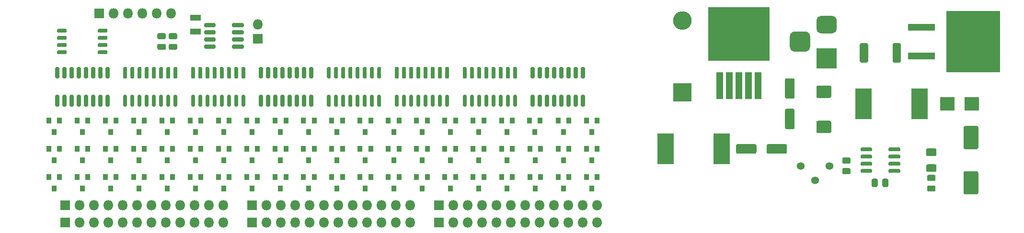
<source format=gbr>
%TF.GenerationSoftware,KiCad,Pcbnew,(5.1.5-131-g305ed0b65)-1*%
%TF.CreationDate,2020-05-02T04:27:49+08:00*%
%TF.ProjectId,NixieController,4e697869-6543-46f6-9e74-726f6c6c6572,rev?*%
%TF.SameCoordinates,Original*%
%TF.FileFunction,Soldermask,Top*%
%TF.FilePolarity,Negative*%
%FSLAX46Y46*%
G04 Gerber Fmt 4.6, Leading zero omitted, Abs format (unit mm)*
G04 Created by KiCad (PCBNEW (5.1.5-131-g305ed0b65)-1) date 2020-05-02 04:27:49*
%MOMM*%
%LPD*%
G01*
G04 APERTURE LIST*
%ADD10R,2.600000X2.400000*%
%ADD11R,3.600000X3.600000*%
%ADD12R,3.000000X5.500000*%
%ADD13R,4.700000X1.200000*%
%ADD14R,9.500000X10.900000*%
%ADD15C,1.360000*%
%ADD16R,3.300000X3.300000*%
%ADD17O,3.300000X3.300000*%
%ADD18R,0.900000X1.000000*%
%ADD19R,1.200000X4.700000*%
%ADD20R,10.900000X9.500000*%
%ADD21R,1.900000X1.100000*%
%ADD22O,1.800000X1.800000*%
%ADD23R,1.800000X1.800000*%
G04 APERTURE END LIST*
%TO.C,C3*%
G36*
G01*
X201937048Y-89800000D02*
X204062952Y-89800000D01*
G75*
G02*
X204325000Y-90062048I0J-262048D01*
G01*
X204325000Y-91712952D01*
G75*
G02*
X204062952Y-91975000I-262048J0D01*
G01*
X201937048Y-91975000D01*
G75*
G02*
X201675000Y-91712952I0J262048D01*
G01*
X201675000Y-90062048D01*
G75*
G02*
X201937048Y-89800000I262048J0D01*
G01*
G37*
G36*
G01*
X201937048Y-96025000D02*
X204062952Y-96025000D01*
G75*
G02*
X204325000Y-96287048I0J-262048D01*
G01*
X204325000Y-97937952D01*
G75*
G02*
X204062952Y-98200000I-262048J0D01*
G01*
X201937048Y-98200000D01*
G75*
G02*
X201675000Y-97937952I0J262048D01*
G01*
X201675000Y-96287048D01*
G75*
G02*
X201937048Y-96025000I262048J0D01*
G01*
G37*
%TD*%
%TO.C,C4*%
G36*
G01*
X206518750Y-104400000D02*
X207481250Y-104400000D01*
G75*
G02*
X207750000Y-104668750I0J-268750D01*
G01*
X207750000Y-105206250D01*
G75*
G02*
X207481250Y-105475000I-268750J0D01*
G01*
X206518750Y-105475000D01*
G75*
G02*
X206250000Y-105206250I0J268750D01*
G01*
X206250000Y-104668750D01*
G75*
G02*
X206518750Y-104400000I268750J0D01*
G01*
G37*
G36*
G01*
X206518750Y-102525000D02*
X207481250Y-102525000D01*
G75*
G02*
X207750000Y-102793750I0J-268750D01*
G01*
X207750000Y-103331250D01*
G75*
G02*
X207481250Y-103600000I-268750J0D01*
G01*
X206518750Y-103600000D01*
G75*
G02*
X206250000Y-103331250I0J268750D01*
G01*
X206250000Y-102793750D01*
G75*
G02*
X206518750Y-102525000I268750J0D01*
G01*
G37*
%TD*%
%TO.C,C5*%
G36*
G01*
X214412500Y-106518750D02*
X214412500Y-107481250D01*
G75*
G02*
X214143750Y-107750000I-268750J0D01*
G01*
X213606250Y-107750000D01*
G75*
G02*
X213337500Y-107481250I0J268750D01*
G01*
X213337500Y-106518750D01*
G75*
G02*
X213606250Y-106250000I268750J0D01*
G01*
X214143750Y-106250000D01*
G75*
G02*
X214412500Y-106518750I0J-268750D01*
G01*
G37*
G36*
G01*
X212537500Y-106518750D02*
X212537500Y-107481250D01*
G75*
G02*
X212268750Y-107750000I-268750J0D01*
G01*
X211731250Y-107750000D01*
G75*
G02*
X211462500Y-107481250I0J268750D01*
G01*
X211462500Y-106518750D01*
G75*
G02*
X211731250Y-106250000I268750J0D01*
G01*
X212268750Y-106250000D01*
G75*
G02*
X212537500Y-106518750I0J-268750D01*
G01*
G37*
%TD*%
%TO.C,C6*%
G36*
G01*
X227960000Y-96950000D02*
X230040000Y-96950000D01*
G75*
G02*
X230300000Y-97210000I0J-260000D01*
G01*
X230300000Y-100790000D01*
G75*
G02*
X230040000Y-101050000I-260000J0D01*
G01*
X227960000Y-101050000D01*
G75*
G02*
X227700000Y-100790000I0J260000D01*
G01*
X227700000Y-97210000D01*
G75*
G02*
X227960000Y-96950000I260000J0D01*
G01*
G37*
G36*
G01*
X227960000Y-104950000D02*
X230040000Y-104950000D01*
G75*
G02*
X230300000Y-105210000I0J-260000D01*
G01*
X230300000Y-108790000D01*
G75*
G02*
X230040000Y-109050000I-260000J0D01*
G01*
X227960000Y-109050000D01*
G75*
G02*
X227700000Y-108790000I0J260000D01*
G01*
X227700000Y-105210000D01*
G75*
G02*
X227960000Y-104950000I260000J0D01*
G01*
G37*
%TD*%
D10*
%TO.C,D2*%
X229150000Y-93000000D03*
X224850000Y-93000000D03*
%TD*%
D11*
%TO.C,J7*%
X203500000Y-85000000D03*
G36*
G01*
X202475000Y-77450000D02*
X204525000Y-77450000D01*
G75*
G02*
X205300000Y-78225000I0J-775000D01*
G01*
X205300000Y-79775000D01*
G75*
G02*
X204525000Y-80550000I-775000J0D01*
G01*
X202475000Y-80550000D01*
G75*
G02*
X201700000Y-79775000I0J775000D01*
G01*
X201700000Y-78225000D01*
G75*
G02*
X202475000Y-77450000I775000J0D01*
G01*
G37*
G36*
G01*
X197900000Y-80200000D02*
X199700000Y-80200000D01*
G75*
G02*
X200600000Y-81100000I0J-900000D01*
G01*
X200600000Y-82900000D01*
G75*
G02*
X199700000Y-83800000I-900000J0D01*
G01*
X197900000Y-83800000D01*
G75*
G02*
X197000000Y-82900000I0J900000D01*
G01*
X197000000Y-81100000D01*
G75*
G02*
X197900000Y-80200000I900000J0D01*
G01*
G37*
%TD*%
D12*
%TO.C,L2*%
X210050000Y-93000000D03*
X219950000Y-93000000D03*
%TD*%
D13*
%TO.C,Q1*%
X220225000Y-79460000D03*
X220225000Y-84540000D03*
D14*
X229375000Y-82000000D03*
%TD*%
%TO.C,R3*%
G36*
G01*
X216625000Y-82543518D02*
X216625000Y-85456482D01*
G75*
G02*
X216356482Y-85725000I-268518J0D01*
G01*
X215443518Y-85725000D01*
G75*
G02*
X215175000Y-85456482I0J268518D01*
G01*
X215175000Y-82543518D01*
G75*
G02*
X215443518Y-82275000I268518J0D01*
G01*
X216356482Y-82275000D01*
G75*
G02*
X216625000Y-82543518I0J-268518D01*
G01*
G37*
G36*
G01*
X210825000Y-82543518D02*
X210825000Y-85456482D01*
G75*
G02*
X210556482Y-85725000I-268518J0D01*
G01*
X209643518Y-85725000D01*
G75*
G02*
X209375000Y-85456482I0J268518D01*
G01*
X209375000Y-82543518D01*
G75*
G02*
X209643518Y-82275000I268518J0D01*
G01*
X210556482Y-82275000D01*
G75*
G02*
X210825000Y-82543518I0J-268518D01*
G01*
G37*
%TD*%
%TO.C,R4*%
G36*
G01*
X221345000Y-100925000D02*
X222655000Y-100925000D01*
G75*
G02*
X222925000Y-101195000I0J-270000D01*
G01*
X222925000Y-102005000D01*
G75*
G02*
X222655000Y-102275000I-270000J0D01*
G01*
X221345000Y-102275000D01*
G75*
G02*
X221075000Y-102005000I0J270000D01*
G01*
X221075000Y-101195000D01*
G75*
G02*
X221345000Y-100925000I270000J0D01*
G01*
G37*
G36*
G01*
X221345000Y-103725000D02*
X222655000Y-103725000D01*
G75*
G02*
X222925000Y-103995000I0J-270000D01*
G01*
X222925000Y-104805000D01*
G75*
G02*
X222655000Y-105075000I-270000J0D01*
G01*
X221345000Y-105075000D01*
G75*
G02*
X221075000Y-104805000I0J270000D01*
G01*
X221075000Y-103995000D01*
G75*
G02*
X221345000Y-103725000I270000J0D01*
G01*
G37*
%TD*%
%TO.C,R5*%
G36*
G01*
X221518750Y-105587500D02*
X222481250Y-105587500D01*
G75*
G02*
X222750000Y-105856250I0J-268750D01*
G01*
X222750000Y-106393750D01*
G75*
G02*
X222481250Y-106662500I-268750J0D01*
G01*
X221518750Y-106662500D01*
G75*
G02*
X221250000Y-106393750I0J268750D01*
G01*
X221250000Y-105856250D01*
G75*
G02*
X221518750Y-105587500I268750J0D01*
G01*
G37*
G36*
G01*
X221518750Y-107462500D02*
X222481250Y-107462500D01*
G75*
G02*
X222750000Y-107731250I0J-268750D01*
G01*
X222750000Y-108268750D01*
G75*
G02*
X222481250Y-108537500I-268750J0D01*
G01*
X221518750Y-108537500D01*
G75*
G02*
X221250000Y-108268750I0J268750D01*
G01*
X221250000Y-107731250D01*
G75*
G02*
X221518750Y-107462500I268750J0D01*
G01*
G37*
%TD*%
%TO.C,U4*%
G36*
G01*
X209500000Y-101270000D02*
X209500000Y-100920000D01*
G75*
G02*
X209675000Y-100745000I175000J0D01*
G01*
X211375000Y-100745000D01*
G75*
G02*
X211550000Y-100920000I0J-175000D01*
G01*
X211550000Y-101270000D01*
G75*
G02*
X211375000Y-101445000I-175000J0D01*
G01*
X209675000Y-101445000D01*
G75*
G02*
X209500000Y-101270000I0J175000D01*
G01*
G37*
G36*
G01*
X209500000Y-102540000D02*
X209500000Y-102190000D01*
G75*
G02*
X209675000Y-102015000I175000J0D01*
G01*
X211375000Y-102015000D01*
G75*
G02*
X211550000Y-102190000I0J-175000D01*
G01*
X211550000Y-102540000D01*
G75*
G02*
X211375000Y-102715000I-175000J0D01*
G01*
X209675000Y-102715000D01*
G75*
G02*
X209500000Y-102540000I0J175000D01*
G01*
G37*
G36*
G01*
X209500000Y-103810000D02*
X209500000Y-103460000D01*
G75*
G02*
X209675000Y-103285000I175000J0D01*
G01*
X211375000Y-103285000D01*
G75*
G02*
X211550000Y-103460000I0J-175000D01*
G01*
X211550000Y-103810000D01*
G75*
G02*
X211375000Y-103985000I-175000J0D01*
G01*
X209675000Y-103985000D01*
G75*
G02*
X209500000Y-103810000I0J175000D01*
G01*
G37*
G36*
G01*
X209500000Y-105080000D02*
X209500000Y-104730000D01*
G75*
G02*
X209675000Y-104555000I175000J0D01*
G01*
X211375000Y-104555000D01*
G75*
G02*
X211550000Y-104730000I0J-175000D01*
G01*
X211550000Y-105080000D01*
G75*
G02*
X211375000Y-105255000I-175000J0D01*
G01*
X209675000Y-105255000D01*
G75*
G02*
X209500000Y-105080000I0J175000D01*
G01*
G37*
G36*
G01*
X214450000Y-105080000D02*
X214450000Y-104730000D01*
G75*
G02*
X214625000Y-104555000I175000J0D01*
G01*
X216325000Y-104555000D01*
G75*
G02*
X216500000Y-104730000I0J-175000D01*
G01*
X216500000Y-105080000D01*
G75*
G02*
X216325000Y-105255000I-175000J0D01*
G01*
X214625000Y-105255000D01*
G75*
G02*
X214450000Y-105080000I0J175000D01*
G01*
G37*
G36*
G01*
X214450000Y-103810000D02*
X214450000Y-103460000D01*
G75*
G02*
X214625000Y-103285000I175000J0D01*
G01*
X216325000Y-103285000D01*
G75*
G02*
X216500000Y-103460000I0J-175000D01*
G01*
X216500000Y-103810000D01*
G75*
G02*
X216325000Y-103985000I-175000J0D01*
G01*
X214625000Y-103985000D01*
G75*
G02*
X214450000Y-103810000I0J175000D01*
G01*
G37*
G36*
G01*
X214450000Y-102540000D02*
X214450000Y-102190000D01*
G75*
G02*
X214625000Y-102015000I175000J0D01*
G01*
X216325000Y-102015000D01*
G75*
G02*
X216500000Y-102190000I0J-175000D01*
G01*
X216500000Y-102540000D01*
G75*
G02*
X216325000Y-102715000I-175000J0D01*
G01*
X214625000Y-102715000D01*
G75*
G02*
X214450000Y-102540000I0J175000D01*
G01*
G37*
G36*
G01*
X214450000Y-101270000D02*
X214450000Y-100920000D01*
G75*
G02*
X214625000Y-100745000I175000J0D01*
G01*
X216325000Y-100745000D01*
G75*
G02*
X216500000Y-100920000I0J-175000D01*
G01*
X216500000Y-101270000D01*
G75*
G02*
X216325000Y-101445000I-175000J0D01*
G01*
X214625000Y-101445000D01*
G75*
G02*
X214450000Y-101270000I0J175000D01*
G01*
G37*
%TD*%
D15*
%TO.C,RV1*%
X198920000Y-104000000D03*
X201460000Y-106540000D03*
X204000000Y-104000000D03*
%TD*%
D16*
%TO.C,D1*%
X178000000Y-91000000D03*
D17*
X178000000Y-78300000D03*
%TD*%
D12*
%TO.C,L1*%
X175050000Y-101000000D03*
X184950000Y-101000000D03*
%TD*%
D18*
%TO.C,Q2*%
X67000000Y-108000000D03*
X66050000Y-106000000D03*
X67950000Y-106000000D03*
%TD*%
%TO.C,Q3*%
X67950000Y-101000000D03*
X66050000Y-101000000D03*
X67000000Y-103000000D03*
%TD*%
%TO.C,Q4*%
X67000000Y-98000000D03*
X66050000Y-96000000D03*
X67950000Y-96000000D03*
%TD*%
%TO.C,Q5*%
X72950000Y-106000000D03*
X71050000Y-106000000D03*
X72000000Y-108000000D03*
%TD*%
%TO.C,Q6*%
X72000000Y-103000000D03*
X71050000Y-101000000D03*
X72950000Y-101000000D03*
%TD*%
%TO.C,Q7*%
X72950000Y-96000000D03*
X71050000Y-96000000D03*
X72000000Y-98000000D03*
%TD*%
%TO.C,Q8*%
X77000000Y-108000000D03*
X76050000Y-106000000D03*
X77950000Y-106000000D03*
%TD*%
%TO.C,Q9*%
X77950000Y-101000000D03*
X76050000Y-101000000D03*
X77000000Y-103000000D03*
%TD*%
%TO.C,Q10*%
X77000000Y-98000000D03*
X76050000Y-96000000D03*
X77950000Y-96000000D03*
%TD*%
%TO.C,Q11*%
X82000000Y-108000000D03*
X81050000Y-106000000D03*
X82950000Y-106000000D03*
%TD*%
%TO.C,Q12*%
X82000000Y-103000000D03*
X81050000Y-101000000D03*
X82950000Y-101000000D03*
%TD*%
%TO.C,Q13*%
X82950000Y-96000000D03*
X81050000Y-96000000D03*
X82000000Y-98000000D03*
%TD*%
%TO.C,Q14*%
X87000000Y-108000000D03*
X86050000Y-106000000D03*
X87950000Y-106000000D03*
%TD*%
%TO.C,Q15*%
X87950000Y-101000000D03*
X86050000Y-101000000D03*
X87000000Y-103000000D03*
%TD*%
%TO.C,Q16*%
X87000000Y-98000000D03*
X86050000Y-96000000D03*
X87950000Y-96000000D03*
%TD*%
%TO.C,Q17*%
X92950000Y-106000000D03*
X91050000Y-106000000D03*
X92000000Y-108000000D03*
%TD*%
%TO.C,Q18*%
X92000000Y-103000000D03*
X91050000Y-101000000D03*
X92950000Y-101000000D03*
%TD*%
%TO.C,Q19*%
X92950000Y-96000000D03*
X91050000Y-96000000D03*
X92000000Y-98000000D03*
%TD*%
%TO.C,Q20*%
X97000000Y-108000000D03*
X96050000Y-106000000D03*
X97950000Y-106000000D03*
%TD*%
%TO.C,Q21*%
X97950000Y-101000000D03*
X96050000Y-101000000D03*
X97000000Y-103000000D03*
%TD*%
%TO.C,Q22*%
X97000000Y-98000000D03*
X96050000Y-96000000D03*
X97950000Y-96000000D03*
%TD*%
%TO.C,Q23*%
X102950000Y-106000000D03*
X101050000Y-106000000D03*
X102000000Y-108000000D03*
%TD*%
%TO.C,Q24*%
X102000000Y-103000000D03*
X101050000Y-101000000D03*
X102950000Y-101000000D03*
%TD*%
%TO.C,Q25*%
X102950000Y-96000000D03*
X101050000Y-96000000D03*
X102000000Y-98000000D03*
%TD*%
%TO.C,Q26*%
X107000000Y-108000000D03*
X106050000Y-106000000D03*
X107950000Y-106000000D03*
%TD*%
%TO.C,Q27*%
X107950000Y-101000000D03*
X106050000Y-101000000D03*
X107000000Y-103000000D03*
%TD*%
%TO.C,Q28*%
X107000000Y-98000000D03*
X106050000Y-96000000D03*
X107950000Y-96000000D03*
%TD*%
%TO.C,Q29*%
X112950000Y-106000000D03*
X111050000Y-106000000D03*
X112000000Y-108000000D03*
%TD*%
%TO.C,Q30*%
X112950000Y-101000000D03*
X111050000Y-101000000D03*
X112000000Y-103000000D03*
%TD*%
%TO.C,Q31*%
X112950000Y-96000000D03*
X111050000Y-96000000D03*
X112000000Y-98000000D03*
%TD*%
%TO.C,Q32*%
X117000000Y-108000000D03*
X116050000Y-106000000D03*
X117950000Y-106000000D03*
%TD*%
%TO.C,Q33*%
X117950000Y-101000000D03*
X116050000Y-101000000D03*
X117000000Y-103000000D03*
%TD*%
%TO.C,Q34*%
X117000000Y-98000000D03*
X116050000Y-96000000D03*
X117950000Y-96000000D03*
%TD*%
%TO.C,Q35*%
X122950000Y-106000000D03*
X121050000Y-106000000D03*
X122000000Y-108000000D03*
%TD*%
%TO.C,Q36*%
X122000000Y-103000000D03*
X121050000Y-101000000D03*
X122950000Y-101000000D03*
%TD*%
%TO.C,Q37*%
X122000000Y-98000000D03*
X121050000Y-96000000D03*
X122950000Y-96000000D03*
%TD*%
%TO.C,Q38*%
X127950000Y-106000000D03*
X126050000Y-106000000D03*
X127000000Y-108000000D03*
%TD*%
%TO.C,Q39*%
X127000000Y-103000000D03*
X126050000Y-101000000D03*
X127950000Y-101000000D03*
%TD*%
%TO.C,Q40*%
X127950000Y-96000000D03*
X126050000Y-96000000D03*
X127000000Y-98000000D03*
%TD*%
%TO.C,Q41*%
X132000000Y-108000000D03*
X131050000Y-106000000D03*
X132950000Y-106000000D03*
%TD*%
%TO.C,Q42*%
X132950000Y-101000000D03*
X131050000Y-101000000D03*
X132000000Y-103000000D03*
%TD*%
%TO.C,Q43*%
X132000000Y-98000000D03*
X131050000Y-96000000D03*
X132950000Y-96000000D03*
%TD*%
%TO.C,Q44*%
X137950000Y-106000000D03*
X136050000Y-106000000D03*
X137000000Y-108000000D03*
%TD*%
%TO.C,Q45*%
X137000000Y-103000000D03*
X136050000Y-101000000D03*
X137950000Y-101000000D03*
%TD*%
%TO.C,Q46*%
X137950000Y-96000000D03*
X136050000Y-96000000D03*
X137000000Y-98000000D03*
%TD*%
%TO.C,Q47*%
X142000000Y-108000000D03*
X141050000Y-106000000D03*
X142950000Y-106000000D03*
%TD*%
%TO.C,Q48*%
X142950000Y-101000000D03*
X141050000Y-101000000D03*
X142000000Y-103000000D03*
%TD*%
%TO.C,Q49*%
X142950000Y-96000000D03*
X141050000Y-96000000D03*
X142000000Y-98000000D03*
%TD*%
%TO.C,Q50*%
X147950000Y-106000000D03*
X146050000Y-106000000D03*
X147000000Y-108000000D03*
%TD*%
%TO.C,Q51*%
X147000000Y-103000000D03*
X146050000Y-101000000D03*
X147950000Y-101000000D03*
%TD*%
%TO.C,Q52*%
X147950000Y-96000000D03*
X146050000Y-96000000D03*
X147000000Y-98000000D03*
%TD*%
%TO.C,Q53*%
X152000000Y-108000000D03*
X151050000Y-106000000D03*
X152950000Y-106000000D03*
%TD*%
%TO.C,Q54*%
X152950000Y-101000000D03*
X151050000Y-101000000D03*
X152000000Y-103000000D03*
%TD*%
%TO.C,Q55*%
X151950000Y-98000000D03*
X151000000Y-96000000D03*
X152900000Y-96000000D03*
%TD*%
%TO.C,Q56*%
X157950000Y-106000000D03*
X156050000Y-106000000D03*
X157000000Y-108000000D03*
%TD*%
%TO.C,Q57*%
X157000000Y-103000000D03*
X156050000Y-101000000D03*
X157950000Y-101000000D03*
%TD*%
%TO.C,Q58*%
X157950000Y-96000000D03*
X156050000Y-96000000D03*
X157000000Y-98000000D03*
%TD*%
%TO.C,Q59*%
X162000000Y-108000000D03*
X161050000Y-106000000D03*
X162950000Y-106000000D03*
%TD*%
%TO.C,Q60*%
X162950000Y-101000000D03*
X161050000Y-101000000D03*
X162000000Y-103000000D03*
%TD*%
%TO.C,Q61*%
X162000000Y-98000000D03*
X161050000Y-96000000D03*
X162950000Y-96000000D03*
%TD*%
%TO.C,R1*%
G36*
G01*
X85518750Y-80525000D02*
X86481250Y-80525000D01*
G75*
G02*
X86750000Y-80793750I0J-268750D01*
G01*
X86750000Y-81331250D01*
G75*
G02*
X86481250Y-81600000I-268750J0D01*
G01*
X85518750Y-81600000D01*
G75*
G02*
X85250000Y-81331250I0J268750D01*
G01*
X85250000Y-80793750D01*
G75*
G02*
X85518750Y-80525000I268750J0D01*
G01*
G37*
G36*
G01*
X85518750Y-82400000D02*
X86481250Y-82400000D01*
G75*
G02*
X86750000Y-82668750I0J-268750D01*
G01*
X86750000Y-83206250D01*
G75*
G02*
X86481250Y-83475000I-268750J0D01*
G01*
X85518750Y-83475000D01*
G75*
G02*
X85250000Y-83206250I0J268750D01*
G01*
X85250000Y-82668750D01*
G75*
G02*
X85518750Y-82400000I268750J0D01*
G01*
G37*
%TD*%
%TO.C,R2*%
G36*
G01*
X87518750Y-82400000D02*
X88481250Y-82400000D01*
G75*
G02*
X88750000Y-82668750I0J-268750D01*
G01*
X88750000Y-83206250D01*
G75*
G02*
X88481250Y-83475000I-268750J0D01*
G01*
X87518750Y-83475000D01*
G75*
G02*
X87250000Y-83206250I0J268750D01*
G01*
X87250000Y-82668750D01*
G75*
G02*
X87518750Y-82400000I268750J0D01*
G01*
G37*
G36*
G01*
X87518750Y-80525000D02*
X88481250Y-80525000D01*
G75*
G02*
X88750000Y-80793750I0J-268750D01*
G01*
X88750000Y-81331250D01*
G75*
G02*
X88481250Y-81600000I-268750J0D01*
G01*
X87518750Y-81600000D01*
G75*
G02*
X87250000Y-81331250I0J268750D01*
G01*
X87250000Y-80793750D01*
G75*
G02*
X87518750Y-80525000I268750J0D01*
G01*
G37*
%TD*%
%TO.C,U1*%
G36*
G01*
X67550000Y-80270000D02*
X67550000Y-79920000D01*
G75*
G02*
X67725000Y-79745000I175000J0D01*
G01*
X69075000Y-79745000D01*
G75*
G02*
X69250000Y-79920000I0J-175000D01*
G01*
X69250000Y-80270000D01*
G75*
G02*
X69075000Y-80445000I-175000J0D01*
G01*
X67725000Y-80445000D01*
G75*
G02*
X67550000Y-80270000I0J175000D01*
G01*
G37*
G36*
G01*
X67550000Y-81540000D02*
X67550000Y-81190000D01*
G75*
G02*
X67725000Y-81015000I175000J0D01*
G01*
X69075000Y-81015000D01*
G75*
G02*
X69250000Y-81190000I0J-175000D01*
G01*
X69250000Y-81540000D01*
G75*
G02*
X69075000Y-81715000I-175000J0D01*
G01*
X67725000Y-81715000D01*
G75*
G02*
X67550000Y-81540000I0J175000D01*
G01*
G37*
G36*
G01*
X67550000Y-82810000D02*
X67550000Y-82460000D01*
G75*
G02*
X67725000Y-82285000I175000J0D01*
G01*
X69075000Y-82285000D01*
G75*
G02*
X69250000Y-82460000I0J-175000D01*
G01*
X69250000Y-82810000D01*
G75*
G02*
X69075000Y-82985000I-175000J0D01*
G01*
X67725000Y-82985000D01*
G75*
G02*
X67550000Y-82810000I0J175000D01*
G01*
G37*
G36*
G01*
X67550000Y-84080000D02*
X67550000Y-83730000D01*
G75*
G02*
X67725000Y-83555000I175000J0D01*
G01*
X69075000Y-83555000D01*
G75*
G02*
X69250000Y-83730000I0J-175000D01*
G01*
X69250000Y-84080000D01*
G75*
G02*
X69075000Y-84255000I-175000J0D01*
G01*
X67725000Y-84255000D01*
G75*
G02*
X67550000Y-84080000I0J175000D01*
G01*
G37*
G36*
G01*
X74750000Y-84080000D02*
X74750000Y-83730000D01*
G75*
G02*
X74925000Y-83555000I175000J0D01*
G01*
X76275000Y-83555000D01*
G75*
G02*
X76450000Y-83730000I0J-175000D01*
G01*
X76450000Y-84080000D01*
G75*
G02*
X76275000Y-84255000I-175000J0D01*
G01*
X74925000Y-84255000D01*
G75*
G02*
X74750000Y-84080000I0J175000D01*
G01*
G37*
G36*
G01*
X74750000Y-82810000D02*
X74750000Y-82460000D01*
G75*
G02*
X74925000Y-82285000I175000J0D01*
G01*
X76275000Y-82285000D01*
G75*
G02*
X76450000Y-82460000I0J-175000D01*
G01*
X76450000Y-82810000D01*
G75*
G02*
X76275000Y-82985000I-175000J0D01*
G01*
X74925000Y-82985000D01*
G75*
G02*
X74750000Y-82810000I0J175000D01*
G01*
G37*
G36*
G01*
X74750000Y-81540000D02*
X74750000Y-81190000D01*
G75*
G02*
X74925000Y-81015000I175000J0D01*
G01*
X76275000Y-81015000D01*
G75*
G02*
X76450000Y-81190000I0J-175000D01*
G01*
X76450000Y-81540000D01*
G75*
G02*
X76275000Y-81715000I-175000J0D01*
G01*
X74925000Y-81715000D01*
G75*
G02*
X74750000Y-81540000I0J175000D01*
G01*
G37*
G36*
G01*
X74750000Y-80270000D02*
X74750000Y-79920000D01*
G75*
G02*
X74925000Y-79745000I175000J0D01*
G01*
X76275000Y-79745000D01*
G75*
G02*
X76450000Y-79920000I0J-175000D01*
G01*
X76450000Y-80270000D01*
G75*
G02*
X76275000Y-80445000I-175000J0D01*
G01*
X74925000Y-80445000D01*
G75*
G02*
X74750000Y-80270000I0J175000D01*
G01*
G37*
%TD*%
%TO.C,U2*%
G36*
G01*
X93500000Y-79270000D02*
X93500000Y-78920000D01*
G75*
G02*
X93675000Y-78745000I175000J0D01*
G01*
X95375000Y-78745000D01*
G75*
G02*
X95550000Y-78920000I0J-175000D01*
G01*
X95550000Y-79270000D01*
G75*
G02*
X95375000Y-79445000I-175000J0D01*
G01*
X93675000Y-79445000D01*
G75*
G02*
X93500000Y-79270000I0J175000D01*
G01*
G37*
G36*
G01*
X93500000Y-80540000D02*
X93500000Y-80190000D01*
G75*
G02*
X93675000Y-80015000I175000J0D01*
G01*
X95375000Y-80015000D01*
G75*
G02*
X95550000Y-80190000I0J-175000D01*
G01*
X95550000Y-80540000D01*
G75*
G02*
X95375000Y-80715000I-175000J0D01*
G01*
X93675000Y-80715000D01*
G75*
G02*
X93500000Y-80540000I0J175000D01*
G01*
G37*
G36*
G01*
X93500000Y-81810000D02*
X93500000Y-81460000D01*
G75*
G02*
X93675000Y-81285000I175000J0D01*
G01*
X95375000Y-81285000D01*
G75*
G02*
X95550000Y-81460000I0J-175000D01*
G01*
X95550000Y-81810000D01*
G75*
G02*
X95375000Y-81985000I-175000J0D01*
G01*
X93675000Y-81985000D01*
G75*
G02*
X93500000Y-81810000I0J175000D01*
G01*
G37*
G36*
G01*
X93500000Y-83080000D02*
X93500000Y-82730000D01*
G75*
G02*
X93675000Y-82555000I175000J0D01*
G01*
X95375000Y-82555000D01*
G75*
G02*
X95550000Y-82730000I0J-175000D01*
G01*
X95550000Y-83080000D01*
G75*
G02*
X95375000Y-83255000I-175000J0D01*
G01*
X93675000Y-83255000D01*
G75*
G02*
X93500000Y-83080000I0J175000D01*
G01*
G37*
G36*
G01*
X98450000Y-83080000D02*
X98450000Y-82730000D01*
G75*
G02*
X98625000Y-82555000I175000J0D01*
G01*
X100325000Y-82555000D01*
G75*
G02*
X100500000Y-82730000I0J-175000D01*
G01*
X100500000Y-83080000D01*
G75*
G02*
X100325000Y-83255000I-175000J0D01*
G01*
X98625000Y-83255000D01*
G75*
G02*
X98450000Y-83080000I0J175000D01*
G01*
G37*
G36*
G01*
X98450000Y-81810000D02*
X98450000Y-81460000D01*
G75*
G02*
X98625000Y-81285000I175000J0D01*
G01*
X100325000Y-81285000D01*
G75*
G02*
X100500000Y-81460000I0J-175000D01*
G01*
X100500000Y-81810000D01*
G75*
G02*
X100325000Y-81985000I-175000J0D01*
G01*
X98625000Y-81985000D01*
G75*
G02*
X98450000Y-81810000I0J175000D01*
G01*
G37*
G36*
G01*
X98450000Y-80540000D02*
X98450000Y-80190000D01*
G75*
G02*
X98625000Y-80015000I175000J0D01*
G01*
X100325000Y-80015000D01*
G75*
G02*
X100500000Y-80190000I0J-175000D01*
G01*
X100500000Y-80540000D01*
G75*
G02*
X100325000Y-80715000I-175000J0D01*
G01*
X98625000Y-80715000D01*
G75*
G02*
X98450000Y-80540000I0J175000D01*
G01*
G37*
G36*
G01*
X98450000Y-79270000D02*
X98450000Y-78920000D01*
G75*
G02*
X98625000Y-78745000I175000J0D01*
G01*
X100325000Y-78745000D01*
G75*
G02*
X100500000Y-78920000I0J-175000D01*
G01*
X100500000Y-79270000D01*
G75*
G02*
X100325000Y-79445000I-175000J0D01*
G01*
X98625000Y-79445000D01*
G75*
G02*
X98450000Y-79270000I0J175000D01*
G01*
G37*
%TD*%
D19*
%TO.C,U3*%
X184600000Y-89775000D03*
X186300000Y-89775000D03*
X188000000Y-89775000D03*
X189700000Y-89775000D03*
X191400000Y-89775000D03*
D20*
X188000000Y-80625000D03*
%TD*%
%TO.C,U5*%
G36*
G01*
X67730000Y-88550000D02*
X67380000Y-88550000D01*
G75*
G02*
X67205000Y-88375000I0J175000D01*
G01*
X67205000Y-86675000D01*
G75*
G02*
X67380000Y-86500000I175000J0D01*
G01*
X67730000Y-86500000D01*
G75*
G02*
X67905000Y-86675000I0J-175000D01*
G01*
X67905000Y-88375000D01*
G75*
G02*
X67730000Y-88550000I-175000J0D01*
G01*
G37*
G36*
G01*
X69000000Y-88550000D02*
X68650000Y-88550000D01*
G75*
G02*
X68475000Y-88375000I0J175000D01*
G01*
X68475000Y-86675000D01*
G75*
G02*
X68650000Y-86500000I175000J0D01*
G01*
X69000000Y-86500000D01*
G75*
G02*
X69175000Y-86675000I0J-175000D01*
G01*
X69175000Y-88375000D01*
G75*
G02*
X69000000Y-88550000I-175000J0D01*
G01*
G37*
G36*
G01*
X70270000Y-88550000D02*
X69920000Y-88550000D01*
G75*
G02*
X69745000Y-88375000I0J175000D01*
G01*
X69745000Y-86675000D01*
G75*
G02*
X69920000Y-86500000I175000J0D01*
G01*
X70270000Y-86500000D01*
G75*
G02*
X70445000Y-86675000I0J-175000D01*
G01*
X70445000Y-88375000D01*
G75*
G02*
X70270000Y-88550000I-175000J0D01*
G01*
G37*
G36*
G01*
X71540000Y-88550000D02*
X71190000Y-88550000D01*
G75*
G02*
X71015000Y-88375000I0J175000D01*
G01*
X71015000Y-86675000D01*
G75*
G02*
X71190000Y-86500000I175000J0D01*
G01*
X71540000Y-86500000D01*
G75*
G02*
X71715000Y-86675000I0J-175000D01*
G01*
X71715000Y-88375000D01*
G75*
G02*
X71540000Y-88550000I-175000J0D01*
G01*
G37*
G36*
G01*
X72810000Y-88550000D02*
X72460000Y-88550000D01*
G75*
G02*
X72285000Y-88375000I0J175000D01*
G01*
X72285000Y-86675000D01*
G75*
G02*
X72460000Y-86500000I175000J0D01*
G01*
X72810000Y-86500000D01*
G75*
G02*
X72985000Y-86675000I0J-175000D01*
G01*
X72985000Y-88375000D01*
G75*
G02*
X72810000Y-88550000I-175000J0D01*
G01*
G37*
G36*
G01*
X74080000Y-88550000D02*
X73730000Y-88550000D01*
G75*
G02*
X73555000Y-88375000I0J175000D01*
G01*
X73555000Y-86675000D01*
G75*
G02*
X73730000Y-86500000I175000J0D01*
G01*
X74080000Y-86500000D01*
G75*
G02*
X74255000Y-86675000I0J-175000D01*
G01*
X74255000Y-88375000D01*
G75*
G02*
X74080000Y-88550000I-175000J0D01*
G01*
G37*
G36*
G01*
X75350000Y-88550000D02*
X75000000Y-88550000D01*
G75*
G02*
X74825000Y-88375000I0J175000D01*
G01*
X74825000Y-86675000D01*
G75*
G02*
X75000000Y-86500000I175000J0D01*
G01*
X75350000Y-86500000D01*
G75*
G02*
X75525000Y-86675000I0J-175000D01*
G01*
X75525000Y-88375000D01*
G75*
G02*
X75350000Y-88550000I-175000J0D01*
G01*
G37*
G36*
G01*
X76620000Y-88550000D02*
X76270000Y-88550000D01*
G75*
G02*
X76095000Y-88375000I0J175000D01*
G01*
X76095000Y-86675000D01*
G75*
G02*
X76270000Y-86500000I175000J0D01*
G01*
X76620000Y-86500000D01*
G75*
G02*
X76795000Y-86675000I0J-175000D01*
G01*
X76795000Y-88375000D01*
G75*
G02*
X76620000Y-88550000I-175000J0D01*
G01*
G37*
G36*
G01*
X76620000Y-93500000D02*
X76270000Y-93500000D01*
G75*
G02*
X76095000Y-93325000I0J175000D01*
G01*
X76095000Y-91625000D01*
G75*
G02*
X76270000Y-91450000I175000J0D01*
G01*
X76620000Y-91450000D01*
G75*
G02*
X76795000Y-91625000I0J-175000D01*
G01*
X76795000Y-93325000D01*
G75*
G02*
X76620000Y-93500000I-175000J0D01*
G01*
G37*
G36*
G01*
X75350000Y-93500000D02*
X75000000Y-93500000D01*
G75*
G02*
X74825000Y-93325000I0J175000D01*
G01*
X74825000Y-91625000D01*
G75*
G02*
X75000000Y-91450000I175000J0D01*
G01*
X75350000Y-91450000D01*
G75*
G02*
X75525000Y-91625000I0J-175000D01*
G01*
X75525000Y-93325000D01*
G75*
G02*
X75350000Y-93500000I-175000J0D01*
G01*
G37*
G36*
G01*
X74080000Y-93500000D02*
X73730000Y-93500000D01*
G75*
G02*
X73555000Y-93325000I0J175000D01*
G01*
X73555000Y-91625000D01*
G75*
G02*
X73730000Y-91450000I175000J0D01*
G01*
X74080000Y-91450000D01*
G75*
G02*
X74255000Y-91625000I0J-175000D01*
G01*
X74255000Y-93325000D01*
G75*
G02*
X74080000Y-93500000I-175000J0D01*
G01*
G37*
G36*
G01*
X72810000Y-93500000D02*
X72460000Y-93500000D01*
G75*
G02*
X72285000Y-93325000I0J175000D01*
G01*
X72285000Y-91625000D01*
G75*
G02*
X72460000Y-91450000I175000J0D01*
G01*
X72810000Y-91450000D01*
G75*
G02*
X72985000Y-91625000I0J-175000D01*
G01*
X72985000Y-93325000D01*
G75*
G02*
X72810000Y-93500000I-175000J0D01*
G01*
G37*
G36*
G01*
X71540000Y-93500000D02*
X71190000Y-93500000D01*
G75*
G02*
X71015000Y-93325000I0J175000D01*
G01*
X71015000Y-91625000D01*
G75*
G02*
X71190000Y-91450000I175000J0D01*
G01*
X71540000Y-91450000D01*
G75*
G02*
X71715000Y-91625000I0J-175000D01*
G01*
X71715000Y-93325000D01*
G75*
G02*
X71540000Y-93500000I-175000J0D01*
G01*
G37*
G36*
G01*
X70270000Y-93500000D02*
X69920000Y-93500000D01*
G75*
G02*
X69745000Y-93325000I0J175000D01*
G01*
X69745000Y-91625000D01*
G75*
G02*
X69920000Y-91450000I175000J0D01*
G01*
X70270000Y-91450000D01*
G75*
G02*
X70445000Y-91625000I0J-175000D01*
G01*
X70445000Y-93325000D01*
G75*
G02*
X70270000Y-93500000I-175000J0D01*
G01*
G37*
G36*
G01*
X69000000Y-93500000D02*
X68650000Y-93500000D01*
G75*
G02*
X68475000Y-93325000I0J175000D01*
G01*
X68475000Y-91625000D01*
G75*
G02*
X68650000Y-91450000I175000J0D01*
G01*
X69000000Y-91450000D01*
G75*
G02*
X69175000Y-91625000I0J-175000D01*
G01*
X69175000Y-93325000D01*
G75*
G02*
X69000000Y-93500000I-175000J0D01*
G01*
G37*
G36*
G01*
X67730000Y-93500000D02*
X67380000Y-93500000D01*
G75*
G02*
X67205000Y-93325000I0J175000D01*
G01*
X67205000Y-91625000D01*
G75*
G02*
X67380000Y-91450000I175000J0D01*
G01*
X67730000Y-91450000D01*
G75*
G02*
X67905000Y-91625000I0J-175000D01*
G01*
X67905000Y-93325000D01*
G75*
G02*
X67730000Y-93500000I-175000J0D01*
G01*
G37*
%TD*%
%TO.C,U9*%
G36*
G01*
X115730000Y-88550000D02*
X115380000Y-88550000D01*
G75*
G02*
X115205000Y-88375000I0J175000D01*
G01*
X115205000Y-86675000D01*
G75*
G02*
X115380000Y-86500000I175000J0D01*
G01*
X115730000Y-86500000D01*
G75*
G02*
X115905000Y-86675000I0J-175000D01*
G01*
X115905000Y-88375000D01*
G75*
G02*
X115730000Y-88550000I-175000J0D01*
G01*
G37*
G36*
G01*
X117000000Y-88550000D02*
X116650000Y-88550000D01*
G75*
G02*
X116475000Y-88375000I0J175000D01*
G01*
X116475000Y-86675000D01*
G75*
G02*
X116650000Y-86500000I175000J0D01*
G01*
X117000000Y-86500000D01*
G75*
G02*
X117175000Y-86675000I0J-175000D01*
G01*
X117175000Y-88375000D01*
G75*
G02*
X117000000Y-88550000I-175000J0D01*
G01*
G37*
G36*
G01*
X118270000Y-88550000D02*
X117920000Y-88550000D01*
G75*
G02*
X117745000Y-88375000I0J175000D01*
G01*
X117745000Y-86675000D01*
G75*
G02*
X117920000Y-86500000I175000J0D01*
G01*
X118270000Y-86500000D01*
G75*
G02*
X118445000Y-86675000I0J-175000D01*
G01*
X118445000Y-88375000D01*
G75*
G02*
X118270000Y-88550000I-175000J0D01*
G01*
G37*
G36*
G01*
X119540000Y-88550000D02*
X119190000Y-88550000D01*
G75*
G02*
X119015000Y-88375000I0J175000D01*
G01*
X119015000Y-86675000D01*
G75*
G02*
X119190000Y-86500000I175000J0D01*
G01*
X119540000Y-86500000D01*
G75*
G02*
X119715000Y-86675000I0J-175000D01*
G01*
X119715000Y-88375000D01*
G75*
G02*
X119540000Y-88550000I-175000J0D01*
G01*
G37*
G36*
G01*
X120810000Y-88550000D02*
X120460000Y-88550000D01*
G75*
G02*
X120285000Y-88375000I0J175000D01*
G01*
X120285000Y-86675000D01*
G75*
G02*
X120460000Y-86500000I175000J0D01*
G01*
X120810000Y-86500000D01*
G75*
G02*
X120985000Y-86675000I0J-175000D01*
G01*
X120985000Y-88375000D01*
G75*
G02*
X120810000Y-88550000I-175000J0D01*
G01*
G37*
G36*
G01*
X122080000Y-88550000D02*
X121730000Y-88550000D01*
G75*
G02*
X121555000Y-88375000I0J175000D01*
G01*
X121555000Y-86675000D01*
G75*
G02*
X121730000Y-86500000I175000J0D01*
G01*
X122080000Y-86500000D01*
G75*
G02*
X122255000Y-86675000I0J-175000D01*
G01*
X122255000Y-88375000D01*
G75*
G02*
X122080000Y-88550000I-175000J0D01*
G01*
G37*
G36*
G01*
X123350000Y-88550000D02*
X123000000Y-88550000D01*
G75*
G02*
X122825000Y-88375000I0J175000D01*
G01*
X122825000Y-86675000D01*
G75*
G02*
X123000000Y-86500000I175000J0D01*
G01*
X123350000Y-86500000D01*
G75*
G02*
X123525000Y-86675000I0J-175000D01*
G01*
X123525000Y-88375000D01*
G75*
G02*
X123350000Y-88550000I-175000J0D01*
G01*
G37*
G36*
G01*
X124620000Y-88550000D02*
X124270000Y-88550000D01*
G75*
G02*
X124095000Y-88375000I0J175000D01*
G01*
X124095000Y-86675000D01*
G75*
G02*
X124270000Y-86500000I175000J0D01*
G01*
X124620000Y-86500000D01*
G75*
G02*
X124795000Y-86675000I0J-175000D01*
G01*
X124795000Y-88375000D01*
G75*
G02*
X124620000Y-88550000I-175000J0D01*
G01*
G37*
G36*
G01*
X124620000Y-93500000D02*
X124270000Y-93500000D01*
G75*
G02*
X124095000Y-93325000I0J175000D01*
G01*
X124095000Y-91625000D01*
G75*
G02*
X124270000Y-91450000I175000J0D01*
G01*
X124620000Y-91450000D01*
G75*
G02*
X124795000Y-91625000I0J-175000D01*
G01*
X124795000Y-93325000D01*
G75*
G02*
X124620000Y-93500000I-175000J0D01*
G01*
G37*
G36*
G01*
X123350000Y-93500000D02*
X123000000Y-93500000D01*
G75*
G02*
X122825000Y-93325000I0J175000D01*
G01*
X122825000Y-91625000D01*
G75*
G02*
X123000000Y-91450000I175000J0D01*
G01*
X123350000Y-91450000D01*
G75*
G02*
X123525000Y-91625000I0J-175000D01*
G01*
X123525000Y-93325000D01*
G75*
G02*
X123350000Y-93500000I-175000J0D01*
G01*
G37*
G36*
G01*
X122080000Y-93500000D02*
X121730000Y-93500000D01*
G75*
G02*
X121555000Y-93325000I0J175000D01*
G01*
X121555000Y-91625000D01*
G75*
G02*
X121730000Y-91450000I175000J0D01*
G01*
X122080000Y-91450000D01*
G75*
G02*
X122255000Y-91625000I0J-175000D01*
G01*
X122255000Y-93325000D01*
G75*
G02*
X122080000Y-93500000I-175000J0D01*
G01*
G37*
G36*
G01*
X120810000Y-93500000D02*
X120460000Y-93500000D01*
G75*
G02*
X120285000Y-93325000I0J175000D01*
G01*
X120285000Y-91625000D01*
G75*
G02*
X120460000Y-91450000I175000J0D01*
G01*
X120810000Y-91450000D01*
G75*
G02*
X120985000Y-91625000I0J-175000D01*
G01*
X120985000Y-93325000D01*
G75*
G02*
X120810000Y-93500000I-175000J0D01*
G01*
G37*
G36*
G01*
X119540000Y-93500000D02*
X119190000Y-93500000D01*
G75*
G02*
X119015000Y-93325000I0J175000D01*
G01*
X119015000Y-91625000D01*
G75*
G02*
X119190000Y-91450000I175000J0D01*
G01*
X119540000Y-91450000D01*
G75*
G02*
X119715000Y-91625000I0J-175000D01*
G01*
X119715000Y-93325000D01*
G75*
G02*
X119540000Y-93500000I-175000J0D01*
G01*
G37*
G36*
G01*
X118270000Y-93500000D02*
X117920000Y-93500000D01*
G75*
G02*
X117745000Y-93325000I0J175000D01*
G01*
X117745000Y-91625000D01*
G75*
G02*
X117920000Y-91450000I175000J0D01*
G01*
X118270000Y-91450000D01*
G75*
G02*
X118445000Y-91625000I0J-175000D01*
G01*
X118445000Y-93325000D01*
G75*
G02*
X118270000Y-93500000I-175000J0D01*
G01*
G37*
G36*
G01*
X117000000Y-93500000D02*
X116650000Y-93500000D01*
G75*
G02*
X116475000Y-93325000I0J175000D01*
G01*
X116475000Y-91625000D01*
G75*
G02*
X116650000Y-91450000I175000J0D01*
G01*
X117000000Y-91450000D01*
G75*
G02*
X117175000Y-91625000I0J-175000D01*
G01*
X117175000Y-93325000D01*
G75*
G02*
X117000000Y-93500000I-175000J0D01*
G01*
G37*
G36*
G01*
X115730000Y-93500000D02*
X115380000Y-93500000D01*
G75*
G02*
X115205000Y-93325000I0J175000D01*
G01*
X115205000Y-91625000D01*
G75*
G02*
X115380000Y-91450000I175000J0D01*
G01*
X115730000Y-91450000D01*
G75*
G02*
X115905000Y-91625000I0J-175000D01*
G01*
X115905000Y-93325000D01*
G75*
G02*
X115730000Y-93500000I-175000J0D01*
G01*
G37*
%TD*%
%TO.C,U6*%
G36*
G01*
X79730000Y-93500000D02*
X79380000Y-93500000D01*
G75*
G02*
X79205000Y-93325000I0J175000D01*
G01*
X79205000Y-91625000D01*
G75*
G02*
X79380000Y-91450000I175000J0D01*
G01*
X79730000Y-91450000D01*
G75*
G02*
X79905000Y-91625000I0J-175000D01*
G01*
X79905000Y-93325000D01*
G75*
G02*
X79730000Y-93500000I-175000J0D01*
G01*
G37*
G36*
G01*
X81000000Y-93500000D02*
X80650000Y-93500000D01*
G75*
G02*
X80475000Y-93325000I0J175000D01*
G01*
X80475000Y-91625000D01*
G75*
G02*
X80650000Y-91450000I175000J0D01*
G01*
X81000000Y-91450000D01*
G75*
G02*
X81175000Y-91625000I0J-175000D01*
G01*
X81175000Y-93325000D01*
G75*
G02*
X81000000Y-93500000I-175000J0D01*
G01*
G37*
G36*
G01*
X82270000Y-93500000D02*
X81920000Y-93500000D01*
G75*
G02*
X81745000Y-93325000I0J175000D01*
G01*
X81745000Y-91625000D01*
G75*
G02*
X81920000Y-91450000I175000J0D01*
G01*
X82270000Y-91450000D01*
G75*
G02*
X82445000Y-91625000I0J-175000D01*
G01*
X82445000Y-93325000D01*
G75*
G02*
X82270000Y-93500000I-175000J0D01*
G01*
G37*
G36*
G01*
X83540000Y-93500000D02*
X83190000Y-93500000D01*
G75*
G02*
X83015000Y-93325000I0J175000D01*
G01*
X83015000Y-91625000D01*
G75*
G02*
X83190000Y-91450000I175000J0D01*
G01*
X83540000Y-91450000D01*
G75*
G02*
X83715000Y-91625000I0J-175000D01*
G01*
X83715000Y-93325000D01*
G75*
G02*
X83540000Y-93500000I-175000J0D01*
G01*
G37*
G36*
G01*
X84810000Y-93500000D02*
X84460000Y-93500000D01*
G75*
G02*
X84285000Y-93325000I0J175000D01*
G01*
X84285000Y-91625000D01*
G75*
G02*
X84460000Y-91450000I175000J0D01*
G01*
X84810000Y-91450000D01*
G75*
G02*
X84985000Y-91625000I0J-175000D01*
G01*
X84985000Y-93325000D01*
G75*
G02*
X84810000Y-93500000I-175000J0D01*
G01*
G37*
G36*
G01*
X86080000Y-93500000D02*
X85730000Y-93500000D01*
G75*
G02*
X85555000Y-93325000I0J175000D01*
G01*
X85555000Y-91625000D01*
G75*
G02*
X85730000Y-91450000I175000J0D01*
G01*
X86080000Y-91450000D01*
G75*
G02*
X86255000Y-91625000I0J-175000D01*
G01*
X86255000Y-93325000D01*
G75*
G02*
X86080000Y-93500000I-175000J0D01*
G01*
G37*
G36*
G01*
X87350000Y-93500000D02*
X87000000Y-93500000D01*
G75*
G02*
X86825000Y-93325000I0J175000D01*
G01*
X86825000Y-91625000D01*
G75*
G02*
X87000000Y-91450000I175000J0D01*
G01*
X87350000Y-91450000D01*
G75*
G02*
X87525000Y-91625000I0J-175000D01*
G01*
X87525000Y-93325000D01*
G75*
G02*
X87350000Y-93500000I-175000J0D01*
G01*
G37*
G36*
G01*
X88620000Y-93500000D02*
X88270000Y-93500000D01*
G75*
G02*
X88095000Y-93325000I0J175000D01*
G01*
X88095000Y-91625000D01*
G75*
G02*
X88270000Y-91450000I175000J0D01*
G01*
X88620000Y-91450000D01*
G75*
G02*
X88795000Y-91625000I0J-175000D01*
G01*
X88795000Y-93325000D01*
G75*
G02*
X88620000Y-93500000I-175000J0D01*
G01*
G37*
G36*
G01*
X88620000Y-88550000D02*
X88270000Y-88550000D01*
G75*
G02*
X88095000Y-88375000I0J175000D01*
G01*
X88095000Y-86675000D01*
G75*
G02*
X88270000Y-86500000I175000J0D01*
G01*
X88620000Y-86500000D01*
G75*
G02*
X88795000Y-86675000I0J-175000D01*
G01*
X88795000Y-88375000D01*
G75*
G02*
X88620000Y-88550000I-175000J0D01*
G01*
G37*
G36*
G01*
X87350000Y-88550000D02*
X87000000Y-88550000D01*
G75*
G02*
X86825000Y-88375000I0J175000D01*
G01*
X86825000Y-86675000D01*
G75*
G02*
X87000000Y-86500000I175000J0D01*
G01*
X87350000Y-86500000D01*
G75*
G02*
X87525000Y-86675000I0J-175000D01*
G01*
X87525000Y-88375000D01*
G75*
G02*
X87350000Y-88550000I-175000J0D01*
G01*
G37*
G36*
G01*
X86080000Y-88550000D02*
X85730000Y-88550000D01*
G75*
G02*
X85555000Y-88375000I0J175000D01*
G01*
X85555000Y-86675000D01*
G75*
G02*
X85730000Y-86500000I175000J0D01*
G01*
X86080000Y-86500000D01*
G75*
G02*
X86255000Y-86675000I0J-175000D01*
G01*
X86255000Y-88375000D01*
G75*
G02*
X86080000Y-88550000I-175000J0D01*
G01*
G37*
G36*
G01*
X84810000Y-88550000D02*
X84460000Y-88550000D01*
G75*
G02*
X84285000Y-88375000I0J175000D01*
G01*
X84285000Y-86675000D01*
G75*
G02*
X84460000Y-86500000I175000J0D01*
G01*
X84810000Y-86500000D01*
G75*
G02*
X84985000Y-86675000I0J-175000D01*
G01*
X84985000Y-88375000D01*
G75*
G02*
X84810000Y-88550000I-175000J0D01*
G01*
G37*
G36*
G01*
X83540000Y-88550000D02*
X83190000Y-88550000D01*
G75*
G02*
X83015000Y-88375000I0J175000D01*
G01*
X83015000Y-86675000D01*
G75*
G02*
X83190000Y-86500000I175000J0D01*
G01*
X83540000Y-86500000D01*
G75*
G02*
X83715000Y-86675000I0J-175000D01*
G01*
X83715000Y-88375000D01*
G75*
G02*
X83540000Y-88550000I-175000J0D01*
G01*
G37*
G36*
G01*
X82270000Y-88550000D02*
X81920000Y-88550000D01*
G75*
G02*
X81745000Y-88375000I0J175000D01*
G01*
X81745000Y-86675000D01*
G75*
G02*
X81920000Y-86500000I175000J0D01*
G01*
X82270000Y-86500000D01*
G75*
G02*
X82445000Y-86675000I0J-175000D01*
G01*
X82445000Y-88375000D01*
G75*
G02*
X82270000Y-88550000I-175000J0D01*
G01*
G37*
G36*
G01*
X81000000Y-88550000D02*
X80650000Y-88550000D01*
G75*
G02*
X80475000Y-88375000I0J175000D01*
G01*
X80475000Y-86675000D01*
G75*
G02*
X80650000Y-86500000I175000J0D01*
G01*
X81000000Y-86500000D01*
G75*
G02*
X81175000Y-86675000I0J-175000D01*
G01*
X81175000Y-88375000D01*
G75*
G02*
X81000000Y-88550000I-175000J0D01*
G01*
G37*
G36*
G01*
X79730000Y-88550000D02*
X79380000Y-88550000D01*
G75*
G02*
X79205000Y-88375000I0J175000D01*
G01*
X79205000Y-86675000D01*
G75*
G02*
X79380000Y-86500000I175000J0D01*
G01*
X79730000Y-86500000D01*
G75*
G02*
X79905000Y-86675000I0J-175000D01*
G01*
X79905000Y-88375000D01*
G75*
G02*
X79730000Y-88550000I-175000J0D01*
G01*
G37*
%TD*%
%TO.C,U10*%
G36*
G01*
X127730000Y-88550000D02*
X127380000Y-88550000D01*
G75*
G02*
X127205000Y-88375000I0J175000D01*
G01*
X127205000Y-86675000D01*
G75*
G02*
X127380000Y-86500000I175000J0D01*
G01*
X127730000Y-86500000D01*
G75*
G02*
X127905000Y-86675000I0J-175000D01*
G01*
X127905000Y-88375000D01*
G75*
G02*
X127730000Y-88550000I-175000J0D01*
G01*
G37*
G36*
G01*
X129000000Y-88550000D02*
X128650000Y-88550000D01*
G75*
G02*
X128475000Y-88375000I0J175000D01*
G01*
X128475000Y-86675000D01*
G75*
G02*
X128650000Y-86500000I175000J0D01*
G01*
X129000000Y-86500000D01*
G75*
G02*
X129175000Y-86675000I0J-175000D01*
G01*
X129175000Y-88375000D01*
G75*
G02*
X129000000Y-88550000I-175000J0D01*
G01*
G37*
G36*
G01*
X130270000Y-88550000D02*
X129920000Y-88550000D01*
G75*
G02*
X129745000Y-88375000I0J175000D01*
G01*
X129745000Y-86675000D01*
G75*
G02*
X129920000Y-86500000I175000J0D01*
G01*
X130270000Y-86500000D01*
G75*
G02*
X130445000Y-86675000I0J-175000D01*
G01*
X130445000Y-88375000D01*
G75*
G02*
X130270000Y-88550000I-175000J0D01*
G01*
G37*
G36*
G01*
X131540000Y-88550000D02*
X131190000Y-88550000D01*
G75*
G02*
X131015000Y-88375000I0J175000D01*
G01*
X131015000Y-86675000D01*
G75*
G02*
X131190000Y-86500000I175000J0D01*
G01*
X131540000Y-86500000D01*
G75*
G02*
X131715000Y-86675000I0J-175000D01*
G01*
X131715000Y-88375000D01*
G75*
G02*
X131540000Y-88550000I-175000J0D01*
G01*
G37*
G36*
G01*
X132810000Y-88550000D02*
X132460000Y-88550000D01*
G75*
G02*
X132285000Y-88375000I0J175000D01*
G01*
X132285000Y-86675000D01*
G75*
G02*
X132460000Y-86500000I175000J0D01*
G01*
X132810000Y-86500000D01*
G75*
G02*
X132985000Y-86675000I0J-175000D01*
G01*
X132985000Y-88375000D01*
G75*
G02*
X132810000Y-88550000I-175000J0D01*
G01*
G37*
G36*
G01*
X134080000Y-88550000D02*
X133730000Y-88550000D01*
G75*
G02*
X133555000Y-88375000I0J175000D01*
G01*
X133555000Y-86675000D01*
G75*
G02*
X133730000Y-86500000I175000J0D01*
G01*
X134080000Y-86500000D01*
G75*
G02*
X134255000Y-86675000I0J-175000D01*
G01*
X134255000Y-88375000D01*
G75*
G02*
X134080000Y-88550000I-175000J0D01*
G01*
G37*
G36*
G01*
X135350000Y-88550000D02*
X135000000Y-88550000D01*
G75*
G02*
X134825000Y-88375000I0J175000D01*
G01*
X134825000Y-86675000D01*
G75*
G02*
X135000000Y-86500000I175000J0D01*
G01*
X135350000Y-86500000D01*
G75*
G02*
X135525000Y-86675000I0J-175000D01*
G01*
X135525000Y-88375000D01*
G75*
G02*
X135350000Y-88550000I-175000J0D01*
G01*
G37*
G36*
G01*
X136620000Y-88550000D02*
X136270000Y-88550000D01*
G75*
G02*
X136095000Y-88375000I0J175000D01*
G01*
X136095000Y-86675000D01*
G75*
G02*
X136270000Y-86500000I175000J0D01*
G01*
X136620000Y-86500000D01*
G75*
G02*
X136795000Y-86675000I0J-175000D01*
G01*
X136795000Y-88375000D01*
G75*
G02*
X136620000Y-88550000I-175000J0D01*
G01*
G37*
G36*
G01*
X136620000Y-93500000D02*
X136270000Y-93500000D01*
G75*
G02*
X136095000Y-93325000I0J175000D01*
G01*
X136095000Y-91625000D01*
G75*
G02*
X136270000Y-91450000I175000J0D01*
G01*
X136620000Y-91450000D01*
G75*
G02*
X136795000Y-91625000I0J-175000D01*
G01*
X136795000Y-93325000D01*
G75*
G02*
X136620000Y-93500000I-175000J0D01*
G01*
G37*
G36*
G01*
X135350000Y-93500000D02*
X135000000Y-93500000D01*
G75*
G02*
X134825000Y-93325000I0J175000D01*
G01*
X134825000Y-91625000D01*
G75*
G02*
X135000000Y-91450000I175000J0D01*
G01*
X135350000Y-91450000D01*
G75*
G02*
X135525000Y-91625000I0J-175000D01*
G01*
X135525000Y-93325000D01*
G75*
G02*
X135350000Y-93500000I-175000J0D01*
G01*
G37*
G36*
G01*
X134080000Y-93500000D02*
X133730000Y-93500000D01*
G75*
G02*
X133555000Y-93325000I0J175000D01*
G01*
X133555000Y-91625000D01*
G75*
G02*
X133730000Y-91450000I175000J0D01*
G01*
X134080000Y-91450000D01*
G75*
G02*
X134255000Y-91625000I0J-175000D01*
G01*
X134255000Y-93325000D01*
G75*
G02*
X134080000Y-93500000I-175000J0D01*
G01*
G37*
G36*
G01*
X132810000Y-93500000D02*
X132460000Y-93500000D01*
G75*
G02*
X132285000Y-93325000I0J175000D01*
G01*
X132285000Y-91625000D01*
G75*
G02*
X132460000Y-91450000I175000J0D01*
G01*
X132810000Y-91450000D01*
G75*
G02*
X132985000Y-91625000I0J-175000D01*
G01*
X132985000Y-93325000D01*
G75*
G02*
X132810000Y-93500000I-175000J0D01*
G01*
G37*
G36*
G01*
X131540000Y-93500000D02*
X131190000Y-93500000D01*
G75*
G02*
X131015000Y-93325000I0J175000D01*
G01*
X131015000Y-91625000D01*
G75*
G02*
X131190000Y-91450000I175000J0D01*
G01*
X131540000Y-91450000D01*
G75*
G02*
X131715000Y-91625000I0J-175000D01*
G01*
X131715000Y-93325000D01*
G75*
G02*
X131540000Y-93500000I-175000J0D01*
G01*
G37*
G36*
G01*
X130270000Y-93500000D02*
X129920000Y-93500000D01*
G75*
G02*
X129745000Y-93325000I0J175000D01*
G01*
X129745000Y-91625000D01*
G75*
G02*
X129920000Y-91450000I175000J0D01*
G01*
X130270000Y-91450000D01*
G75*
G02*
X130445000Y-91625000I0J-175000D01*
G01*
X130445000Y-93325000D01*
G75*
G02*
X130270000Y-93500000I-175000J0D01*
G01*
G37*
G36*
G01*
X129000000Y-93500000D02*
X128650000Y-93500000D01*
G75*
G02*
X128475000Y-93325000I0J175000D01*
G01*
X128475000Y-91625000D01*
G75*
G02*
X128650000Y-91450000I175000J0D01*
G01*
X129000000Y-91450000D01*
G75*
G02*
X129175000Y-91625000I0J-175000D01*
G01*
X129175000Y-93325000D01*
G75*
G02*
X129000000Y-93500000I-175000J0D01*
G01*
G37*
G36*
G01*
X127730000Y-93500000D02*
X127380000Y-93500000D01*
G75*
G02*
X127205000Y-93325000I0J175000D01*
G01*
X127205000Y-91625000D01*
G75*
G02*
X127380000Y-91450000I175000J0D01*
G01*
X127730000Y-91450000D01*
G75*
G02*
X127905000Y-91625000I0J-175000D01*
G01*
X127905000Y-93325000D01*
G75*
G02*
X127730000Y-93500000I-175000J0D01*
G01*
G37*
%TD*%
%TO.C,U7*%
G36*
G01*
X91730000Y-88550000D02*
X91380000Y-88550000D01*
G75*
G02*
X91205000Y-88375000I0J175000D01*
G01*
X91205000Y-86675000D01*
G75*
G02*
X91380000Y-86500000I175000J0D01*
G01*
X91730000Y-86500000D01*
G75*
G02*
X91905000Y-86675000I0J-175000D01*
G01*
X91905000Y-88375000D01*
G75*
G02*
X91730000Y-88550000I-175000J0D01*
G01*
G37*
G36*
G01*
X93000000Y-88550000D02*
X92650000Y-88550000D01*
G75*
G02*
X92475000Y-88375000I0J175000D01*
G01*
X92475000Y-86675000D01*
G75*
G02*
X92650000Y-86500000I175000J0D01*
G01*
X93000000Y-86500000D01*
G75*
G02*
X93175000Y-86675000I0J-175000D01*
G01*
X93175000Y-88375000D01*
G75*
G02*
X93000000Y-88550000I-175000J0D01*
G01*
G37*
G36*
G01*
X94270000Y-88550000D02*
X93920000Y-88550000D01*
G75*
G02*
X93745000Y-88375000I0J175000D01*
G01*
X93745000Y-86675000D01*
G75*
G02*
X93920000Y-86500000I175000J0D01*
G01*
X94270000Y-86500000D01*
G75*
G02*
X94445000Y-86675000I0J-175000D01*
G01*
X94445000Y-88375000D01*
G75*
G02*
X94270000Y-88550000I-175000J0D01*
G01*
G37*
G36*
G01*
X95540000Y-88550000D02*
X95190000Y-88550000D01*
G75*
G02*
X95015000Y-88375000I0J175000D01*
G01*
X95015000Y-86675000D01*
G75*
G02*
X95190000Y-86500000I175000J0D01*
G01*
X95540000Y-86500000D01*
G75*
G02*
X95715000Y-86675000I0J-175000D01*
G01*
X95715000Y-88375000D01*
G75*
G02*
X95540000Y-88550000I-175000J0D01*
G01*
G37*
G36*
G01*
X96810000Y-88550000D02*
X96460000Y-88550000D01*
G75*
G02*
X96285000Y-88375000I0J175000D01*
G01*
X96285000Y-86675000D01*
G75*
G02*
X96460000Y-86500000I175000J0D01*
G01*
X96810000Y-86500000D01*
G75*
G02*
X96985000Y-86675000I0J-175000D01*
G01*
X96985000Y-88375000D01*
G75*
G02*
X96810000Y-88550000I-175000J0D01*
G01*
G37*
G36*
G01*
X98080000Y-88550000D02*
X97730000Y-88550000D01*
G75*
G02*
X97555000Y-88375000I0J175000D01*
G01*
X97555000Y-86675000D01*
G75*
G02*
X97730000Y-86500000I175000J0D01*
G01*
X98080000Y-86500000D01*
G75*
G02*
X98255000Y-86675000I0J-175000D01*
G01*
X98255000Y-88375000D01*
G75*
G02*
X98080000Y-88550000I-175000J0D01*
G01*
G37*
G36*
G01*
X99350000Y-88550000D02*
X99000000Y-88550000D01*
G75*
G02*
X98825000Y-88375000I0J175000D01*
G01*
X98825000Y-86675000D01*
G75*
G02*
X99000000Y-86500000I175000J0D01*
G01*
X99350000Y-86500000D01*
G75*
G02*
X99525000Y-86675000I0J-175000D01*
G01*
X99525000Y-88375000D01*
G75*
G02*
X99350000Y-88550000I-175000J0D01*
G01*
G37*
G36*
G01*
X100620000Y-88550000D02*
X100270000Y-88550000D01*
G75*
G02*
X100095000Y-88375000I0J175000D01*
G01*
X100095000Y-86675000D01*
G75*
G02*
X100270000Y-86500000I175000J0D01*
G01*
X100620000Y-86500000D01*
G75*
G02*
X100795000Y-86675000I0J-175000D01*
G01*
X100795000Y-88375000D01*
G75*
G02*
X100620000Y-88550000I-175000J0D01*
G01*
G37*
G36*
G01*
X100620000Y-93500000D02*
X100270000Y-93500000D01*
G75*
G02*
X100095000Y-93325000I0J175000D01*
G01*
X100095000Y-91625000D01*
G75*
G02*
X100270000Y-91450000I175000J0D01*
G01*
X100620000Y-91450000D01*
G75*
G02*
X100795000Y-91625000I0J-175000D01*
G01*
X100795000Y-93325000D01*
G75*
G02*
X100620000Y-93500000I-175000J0D01*
G01*
G37*
G36*
G01*
X99350000Y-93500000D02*
X99000000Y-93500000D01*
G75*
G02*
X98825000Y-93325000I0J175000D01*
G01*
X98825000Y-91625000D01*
G75*
G02*
X99000000Y-91450000I175000J0D01*
G01*
X99350000Y-91450000D01*
G75*
G02*
X99525000Y-91625000I0J-175000D01*
G01*
X99525000Y-93325000D01*
G75*
G02*
X99350000Y-93500000I-175000J0D01*
G01*
G37*
G36*
G01*
X98080000Y-93500000D02*
X97730000Y-93500000D01*
G75*
G02*
X97555000Y-93325000I0J175000D01*
G01*
X97555000Y-91625000D01*
G75*
G02*
X97730000Y-91450000I175000J0D01*
G01*
X98080000Y-91450000D01*
G75*
G02*
X98255000Y-91625000I0J-175000D01*
G01*
X98255000Y-93325000D01*
G75*
G02*
X98080000Y-93500000I-175000J0D01*
G01*
G37*
G36*
G01*
X96810000Y-93500000D02*
X96460000Y-93500000D01*
G75*
G02*
X96285000Y-93325000I0J175000D01*
G01*
X96285000Y-91625000D01*
G75*
G02*
X96460000Y-91450000I175000J0D01*
G01*
X96810000Y-91450000D01*
G75*
G02*
X96985000Y-91625000I0J-175000D01*
G01*
X96985000Y-93325000D01*
G75*
G02*
X96810000Y-93500000I-175000J0D01*
G01*
G37*
G36*
G01*
X95540000Y-93500000D02*
X95190000Y-93500000D01*
G75*
G02*
X95015000Y-93325000I0J175000D01*
G01*
X95015000Y-91625000D01*
G75*
G02*
X95190000Y-91450000I175000J0D01*
G01*
X95540000Y-91450000D01*
G75*
G02*
X95715000Y-91625000I0J-175000D01*
G01*
X95715000Y-93325000D01*
G75*
G02*
X95540000Y-93500000I-175000J0D01*
G01*
G37*
G36*
G01*
X94270000Y-93500000D02*
X93920000Y-93500000D01*
G75*
G02*
X93745000Y-93325000I0J175000D01*
G01*
X93745000Y-91625000D01*
G75*
G02*
X93920000Y-91450000I175000J0D01*
G01*
X94270000Y-91450000D01*
G75*
G02*
X94445000Y-91625000I0J-175000D01*
G01*
X94445000Y-93325000D01*
G75*
G02*
X94270000Y-93500000I-175000J0D01*
G01*
G37*
G36*
G01*
X93000000Y-93500000D02*
X92650000Y-93500000D01*
G75*
G02*
X92475000Y-93325000I0J175000D01*
G01*
X92475000Y-91625000D01*
G75*
G02*
X92650000Y-91450000I175000J0D01*
G01*
X93000000Y-91450000D01*
G75*
G02*
X93175000Y-91625000I0J-175000D01*
G01*
X93175000Y-93325000D01*
G75*
G02*
X93000000Y-93500000I-175000J0D01*
G01*
G37*
G36*
G01*
X91730000Y-93500000D02*
X91380000Y-93500000D01*
G75*
G02*
X91205000Y-93325000I0J175000D01*
G01*
X91205000Y-91625000D01*
G75*
G02*
X91380000Y-91450000I175000J0D01*
G01*
X91730000Y-91450000D01*
G75*
G02*
X91905000Y-91625000I0J-175000D01*
G01*
X91905000Y-93325000D01*
G75*
G02*
X91730000Y-93500000I-175000J0D01*
G01*
G37*
%TD*%
%TO.C,U11*%
G36*
G01*
X139730000Y-93500000D02*
X139380000Y-93500000D01*
G75*
G02*
X139205000Y-93325000I0J175000D01*
G01*
X139205000Y-91625000D01*
G75*
G02*
X139380000Y-91450000I175000J0D01*
G01*
X139730000Y-91450000D01*
G75*
G02*
X139905000Y-91625000I0J-175000D01*
G01*
X139905000Y-93325000D01*
G75*
G02*
X139730000Y-93500000I-175000J0D01*
G01*
G37*
G36*
G01*
X141000000Y-93500000D02*
X140650000Y-93500000D01*
G75*
G02*
X140475000Y-93325000I0J175000D01*
G01*
X140475000Y-91625000D01*
G75*
G02*
X140650000Y-91450000I175000J0D01*
G01*
X141000000Y-91450000D01*
G75*
G02*
X141175000Y-91625000I0J-175000D01*
G01*
X141175000Y-93325000D01*
G75*
G02*
X141000000Y-93500000I-175000J0D01*
G01*
G37*
G36*
G01*
X142270000Y-93500000D02*
X141920000Y-93500000D01*
G75*
G02*
X141745000Y-93325000I0J175000D01*
G01*
X141745000Y-91625000D01*
G75*
G02*
X141920000Y-91450000I175000J0D01*
G01*
X142270000Y-91450000D01*
G75*
G02*
X142445000Y-91625000I0J-175000D01*
G01*
X142445000Y-93325000D01*
G75*
G02*
X142270000Y-93500000I-175000J0D01*
G01*
G37*
G36*
G01*
X143540000Y-93500000D02*
X143190000Y-93500000D01*
G75*
G02*
X143015000Y-93325000I0J175000D01*
G01*
X143015000Y-91625000D01*
G75*
G02*
X143190000Y-91450000I175000J0D01*
G01*
X143540000Y-91450000D01*
G75*
G02*
X143715000Y-91625000I0J-175000D01*
G01*
X143715000Y-93325000D01*
G75*
G02*
X143540000Y-93500000I-175000J0D01*
G01*
G37*
G36*
G01*
X144810000Y-93500000D02*
X144460000Y-93500000D01*
G75*
G02*
X144285000Y-93325000I0J175000D01*
G01*
X144285000Y-91625000D01*
G75*
G02*
X144460000Y-91450000I175000J0D01*
G01*
X144810000Y-91450000D01*
G75*
G02*
X144985000Y-91625000I0J-175000D01*
G01*
X144985000Y-93325000D01*
G75*
G02*
X144810000Y-93500000I-175000J0D01*
G01*
G37*
G36*
G01*
X146080000Y-93500000D02*
X145730000Y-93500000D01*
G75*
G02*
X145555000Y-93325000I0J175000D01*
G01*
X145555000Y-91625000D01*
G75*
G02*
X145730000Y-91450000I175000J0D01*
G01*
X146080000Y-91450000D01*
G75*
G02*
X146255000Y-91625000I0J-175000D01*
G01*
X146255000Y-93325000D01*
G75*
G02*
X146080000Y-93500000I-175000J0D01*
G01*
G37*
G36*
G01*
X147350000Y-93500000D02*
X147000000Y-93500000D01*
G75*
G02*
X146825000Y-93325000I0J175000D01*
G01*
X146825000Y-91625000D01*
G75*
G02*
X147000000Y-91450000I175000J0D01*
G01*
X147350000Y-91450000D01*
G75*
G02*
X147525000Y-91625000I0J-175000D01*
G01*
X147525000Y-93325000D01*
G75*
G02*
X147350000Y-93500000I-175000J0D01*
G01*
G37*
G36*
G01*
X148620000Y-93500000D02*
X148270000Y-93500000D01*
G75*
G02*
X148095000Y-93325000I0J175000D01*
G01*
X148095000Y-91625000D01*
G75*
G02*
X148270000Y-91450000I175000J0D01*
G01*
X148620000Y-91450000D01*
G75*
G02*
X148795000Y-91625000I0J-175000D01*
G01*
X148795000Y-93325000D01*
G75*
G02*
X148620000Y-93500000I-175000J0D01*
G01*
G37*
G36*
G01*
X148620000Y-88550000D02*
X148270000Y-88550000D01*
G75*
G02*
X148095000Y-88375000I0J175000D01*
G01*
X148095000Y-86675000D01*
G75*
G02*
X148270000Y-86500000I175000J0D01*
G01*
X148620000Y-86500000D01*
G75*
G02*
X148795000Y-86675000I0J-175000D01*
G01*
X148795000Y-88375000D01*
G75*
G02*
X148620000Y-88550000I-175000J0D01*
G01*
G37*
G36*
G01*
X147350000Y-88550000D02*
X147000000Y-88550000D01*
G75*
G02*
X146825000Y-88375000I0J175000D01*
G01*
X146825000Y-86675000D01*
G75*
G02*
X147000000Y-86500000I175000J0D01*
G01*
X147350000Y-86500000D01*
G75*
G02*
X147525000Y-86675000I0J-175000D01*
G01*
X147525000Y-88375000D01*
G75*
G02*
X147350000Y-88550000I-175000J0D01*
G01*
G37*
G36*
G01*
X146080000Y-88550000D02*
X145730000Y-88550000D01*
G75*
G02*
X145555000Y-88375000I0J175000D01*
G01*
X145555000Y-86675000D01*
G75*
G02*
X145730000Y-86500000I175000J0D01*
G01*
X146080000Y-86500000D01*
G75*
G02*
X146255000Y-86675000I0J-175000D01*
G01*
X146255000Y-88375000D01*
G75*
G02*
X146080000Y-88550000I-175000J0D01*
G01*
G37*
G36*
G01*
X144810000Y-88550000D02*
X144460000Y-88550000D01*
G75*
G02*
X144285000Y-88375000I0J175000D01*
G01*
X144285000Y-86675000D01*
G75*
G02*
X144460000Y-86500000I175000J0D01*
G01*
X144810000Y-86500000D01*
G75*
G02*
X144985000Y-86675000I0J-175000D01*
G01*
X144985000Y-88375000D01*
G75*
G02*
X144810000Y-88550000I-175000J0D01*
G01*
G37*
G36*
G01*
X143540000Y-88550000D02*
X143190000Y-88550000D01*
G75*
G02*
X143015000Y-88375000I0J175000D01*
G01*
X143015000Y-86675000D01*
G75*
G02*
X143190000Y-86500000I175000J0D01*
G01*
X143540000Y-86500000D01*
G75*
G02*
X143715000Y-86675000I0J-175000D01*
G01*
X143715000Y-88375000D01*
G75*
G02*
X143540000Y-88550000I-175000J0D01*
G01*
G37*
G36*
G01*
X142270000Y-88550000D02*
X141920000Y-88550000D01*
G75*
G02*
X141745000Y-88375000I0J175000D01*
G01*
X141745000Y-86675000D01*
G75*
G02*
X141920000Y-86500000I175000J0D01*
G01*
X142270000Y-86500000D01*
G75*
G02*
X142445000Y-86675000I0J-175000D01*
G01*
X142445000Y-88375000D01*
G75*
G02*
X142270000Y-88550000I-175000J0D01*
G01*
G37*
G36*
G01*
X141000000Y-88550000D02*
X140650000Y-88550000D01*
G75*
G02*
X140475000Y-88375000I0J175000D01*
G01*
X140475000Y-86675000D01*
G75*
G02*
X140650000Y-86500000I175000J0D01*
G01*
X141000000Y-86500000D01*
G75*
G02*
X141175000Y-86675000I0J-175000D01*
G01*
X141175000Y-88375000D01*
G75*
G02*
X141000000Y-88550000I-175000J0D01*
G01*
G37*
G36*
G01*
X139730000Y-88550000D02*
X139380000Y-88550000D01*
G75*
G02*
X139205000Y-88375000I0J175000D01*
G01*
X139205000Y-86675000D01*
G75*
G02*
X139380000Y-86500000I175000J0D01*
G01*
X139730000Y-86500000D01*
G75*
G02*
X139905000Y-86675000I0J-175000D01*
G01*
X139905000Y-88375000D01*
G75*
G02*
X139730000Y-88550000I-175000J0D01*
G01*
G37*
%TD*%
%TO.C,U8*%
G36*
G01*
X103730000Y-93500000D02*
X103380000Y-93500000D01*
G75*
G02*
X103205000Y-93325000I0J175000D01*
G01*
X103205000Y-91625000D01*
G75*
G02*
X103380000Y-91450000I175000J0D01*
G01*
X103730000Y-91450000D01*
G75*
G02*
X103905000Y-91625000I0J-175000D01*
G01*
X103905000Y-93325000D01*
G75*
G02*
X103730000Y-93500000I-175000J0D01*
G01*
G37*
G36*
G01*
X105000000Y-93500000D02*
X104650000Y-93500000D01*
G75*
G02*
X104475000Y-93325000I0J175000D01*
G01*
X104475000Y-91625000D01*
G75*
G02*
X104650000Y-91450000I175000J0D01*
G01*
X105000000Y-91450000D01*
G75*
G02*
X105175000Y-91625000I0J-175000D01*
G01*
X105175000Y-93325000D01*
G75*
G02*
X105000000Y-93500000I-175000J0D01*
G01*
G37*
G36*
G01*
X106270000Y-93500000D02*
X105920000Y-93500000D01*
G75*
G02*
X105745000Y-93325000I0J175000D01*
G01*
X105745000Y-91625000D01*
G75*
G02*
X105920000Y-91450000I175000J0D01*
G01*
X106270000Y-91450000D01*
G75*
G02*
X106445000Y-91625000I0J-175000D01*
G01*
X106445000Y-93325000D01*
G75*
G02*
X106270000Y-93500000I-175000J0D01*
G01*
G37*
G36*
G01*
X107540000Y-93500000D02*
X107190000Y-93500000D01*
G75*
G02*
X107015000Y-93325000I0J175000D01*
G01*
X107015000Y-91625000D01*
G75*
G02*
X107190000Y-91450000I175000J0D01*
G01*
X107540000Y-91450000D01*
G75*
G02*
X107715000Y-91625000I0J-175000D01*
G01*
X107715000Y-93325000D01*
G75*
G02*
X107540000Y-93500000I-175000J0D01*
G01*
G37*
G36*
G01*
X108810000Y-93500000D02*
X108460000Y-93500000D01*
G75*
G02*
X108285000Y-93325000I0J175000D01*
G01*
X108285000Y-91625000D01*
G75*
G02*
X108460000Y-91450000I175000J0D01*
G01*
X108810000Y-91450000D01*
G75*
G02*
X108985000Y-91625000I0J-175000D01*
G01*
X108985000Y-93325000D01*
G75*
G02*
X108810000Y-93500000I-175000J0D01*
G01*
G37*
G36*
G01*
X110080000Y-93500000D02*
X109730000Y-93500000D01*
G75*
G02*
X109555000Y-93325000I0J175000D01*
G01*
X109555000Y-91625000D01*
G75*
G02*
X109730000Y-91450000I175000J0D01*
G01*
X110080000Y-91450000D01*
G75*
G02*
X110255000Y-91625000I0J-175000D01*
G01*
X110255000Y-93325000D01*
G75*
G02*
X110080000Y-93500000I-175000J0D01*
G01*
G37*
G36*
G01*
X111350000Y-93500000D02*
X111000000Y-93500000D01*
G75*
G02*
X110825000Y-93325000I0J175000D01*
G01*
X110825000Y-91625000D01*
G75*
G02*
X111000000Y-91450000I175000J0D01*
G01*
X111350000Y-91450000D01*
G75*
G02*
X111525000Y-91625000I0J-175000D01*
G01*
X111525000Y-93325000D01*
G75*
G02*
X111350000Y-93500000I-175000J0D01*
G01*
G37*
G36*
G01*
X112620000Y-93500000D02*
X112270000Y-93500000D01*
G75*
G02*
X112095000Y-93325000I0J175000D01*
G01*
X112095000Y-91625000D01*
G75*
G02*
X112270000Y-91450000I175000J0D01*
G01*
X112620000Y-91450000D01*
G75*
G02*
X112795000Y-91625000I0J-175000D01*
G01*
X112795000Y-93325000D01*
G75*
G02*
X112620000Y-93500000I-175000J0D01*
G01*
G37*
G36*
G01*
X112620000Y-88550000D02*
X112270000Y-88550000D01*
G75*
G02*
X112095000Y-88375000I0J175000D01*
G01*
X112095000Y-86675000D01*
G75*
G02*
X112270000Y-86500000I175000J0D01*
G01*
X112620000Y-86500000D01*
G75*
G02*
X112795000Y-86675000I0J-175000D01*
G01*
X112795000Y-88375000D01*
G75*
G02*
X112620000Y-88550000I-175000J0D01*
G01*
G37*
G36*
G01*
X111350000Y-88550000D02*
X111000000Y-88550000D01*
G75*
G02*
X110825000Y-88375000I0J175000D01*
G01*
X110825000Y-86675000D01*
G75*
G02*
X111000000Y-86500000I175000J0D01*
G01*
X111350000Y-86500000D01*
G75*
G02*
X111525000Y-86675000I0J-175000D01*
G01*
X111525000Y-88375000D01*
G75*
G02*
X111350000Y-88550000I-175000J0D01*
G01*
G37*
G36*
G01*
X110080000Y-88550000D02*
X109730000Y-88550000D01*
G75*
G02*
X109555000Y-88375000I0J175000D01*
G01*
X109555000Y-86675000D01*
G75*
G02*
X109730000Y-86500000I175000J0D01*
G01*
X110080000Y-86500000D01*
G75*
G02*
X110255000Y-86675000I0J-175000D01*
G01*
X110255000Y-88375000D01*
G75*
G02*
X110080000Y-88550000I-175000J0D01*
G01*
G37*
G36*
G01*
X108810000Y-88550000D02*
X108460000Y-88550000D01*
G75*
G02*
X108285000Y-88375000I0J175000D01*
G01*
X108285000Y-86675000D01*
G75*
G02*
X108460000Y-86500000I175000J0D01*
G01*
X108810000Y-86500000D01*
G75*
G02*
X108985000Y-86675000I0J-175000D01*
G01*
X108985000Y-88375000D01*
G75*
G02*
X108810000Y-88550000I-175000J0D01*
G01*
G37*
G36*
G01*
X107540000Y-88550000D02*
X107190000Y-88550000D01*
G75*
G02*
X107015000Y-88375000I0J175000D01*
G01*
X107015000Y-86675000D01*
G75*
G02*
X107190000Y-86500000I175000J0D01*
G01*
X107540000Y-86500000D01*
G75*
G02*
X107715000Y-86675000I0J-175000D01*
G01*
X107715000Y-88375000D01*
G75*
G02*
X107540000Y-88550000I-175000J0D01*
G01*
G37*
G36*
G01*
X106270000Y-88550000D02*
X105920000Y-88550000D01*
G75*
G02*
X105745000Y-88375000I0J175000D01*
G01*
X105745000Y-86675000D01*
G75*
G02*
X105920000Y-86500000I175000J0D01*
G01*
X106270000Y-86500000D01*
G75*
G02*
X106445000Y-86675000I0J-175000D01*
G01*
X106445000Y-88375000D01*
G75*
G02*
X106270000Y-88550000I-175000J0D01*
G01*
G37*
G36*
G01*
X105000000Y-88550000D02*
X104650000Y-88550000D01*
G75*
G02*
X104475000Y-88375000I0J175000D01*
G01*
X104475000Y-86675000D01*
G75*
G02*
X104650000Y-86500000I175000J0D01*
G01*
X105000000Y-86500000D01*
G75*
G02*
X105175000Y-86675000I0J-175000D01*
G01*
X105175000Y-88375000D01*
G75*
G02*
X105000000Y-88550000I-175000J0D01*
G01*
G37*
G36*
G01*
X103730000Y-88550000D02*
X103380000Y-88550000D01*
G75*
G02*
X103205000Y-88375000I0J175000D01*
G01*
X103205000Y-86675000D01*
G75*
G02*
X103380000Y-86500000I175000J0D01*
G01*
X103730000Y-86500000D01*
G75*
G02*
X103905000Y-86675000I0J-175000D01*
G01*
X103905000Y-88375000D01*
G75*
G02*
X103730000Y-88550000I-175000J0D01*
G01*
G37*
%TD*%
%TO.C,U12*%
G36*
G01*
X151730000Y-93500000D02*
X151380000Y-93500000D01*
G75*
G02*
X151205000Y-93325000I0J175000D01*
G01*
X151205000Y-91625000D01*
G75*
G02*
X151380000Y-91450000I175000J0D01*
G01*
X151730000Y-91450000D01*
G75*
G02*
X151905000Y-91625000I0J-175000D01*
G01*
X151905000Y-93325000D01*
G75*
G02*
X151730000Y-93500000I-175000J0D01*
G01*
G37*
G36*
G01*
X153000000Y-93500000D02*
X152650000Y-93500000D01*
G75*
G02*
X152475000Y-93325000I0J175000D01*
G01*
X152475000Y-91625000D01*
G75*
G02*
X152650000Y-91450000I175000J0D01*
G01*
X153000000Y-91450000D01*
G75*
G02*
X153175000Y-91625000I0J-175000D01*
G01*
X153175000Y-93325000D01*
G75*
G02*
X153000000Y-93500000I-175000J0D01*
G01*
G37*
G36*
G01*
X154270000Y-93500000D02*
X153920000Y-93500000D01*
G75*
G02*
X153745000Y-93325000I0J175000D01*
G01*
X153745000Y-91625000D01*
G75*
G02*
X153920000Y-91450000I175000J0D01*
G01*
X154270000Y-91450000D01*
G75*
G02*
X154445000Y-91625000I0J-175000D01*
G01*
X154445000Y-93325000D01*
G75*
G02*
X154270000Y-93500000I-175000J0D01*
G01*
G37*
G36*
G01*
X155540000Y-93500000D02*
X155190000Y-93500000D01*
G75*
G02*
X155015000Y-93325000I0J175000D01*
G01*
X155015000Y-91625000D01*
G75*
G02*
X155190000Y-91450000I175000J0D01*
G01*
X155540000Y-91450000D01*
G75*
G02*
X155715000Y-91625000I0J-175000D01*
G01*
X155715000Y-93325000D01*
G75*
G02*
X155540000Y-93500000I-175000J0D01*
G01*
G37*
G36*
G01*
X156810000Y-93500000D02*
X156460000Y-93500000D01*
G75*
G02*
X156285000Y-93325000I0J175000D01*
G01*
X156285000Y-91625000D01*
G75*
G02*
X156460000Y-91450000I175000J0D01*
G01*
X156810000Y-91450000D01*
G75*
G02*
X156985000Y-91625000I0J-175000D01*
G01*
X156985000Y-93325000D01*
G75*
G02*
X156810000Y-93500000I-175000J0D01*
G01*
G37*
G36*
G01*
X158080000Y-93500000D02*
X157730000Y-93500000D01*
G75*
G02*
X157555000Y-93325000I0J175000D01*
G01*
X157555000Y-91625000D01*
G75*
G02*
X157730000Y-91450000I175000J0D01*
G01*
X158080000Y-91450000D01*
G75*
G02*
X158255000Y-91625000I0J-175000D01*
G01*
X158255000Y-93325000D01*
G75*
G02*
X158080000Y-93500000I-175000J0D01*
G01*
G37*
G36*
G01*
X159350000Y-93500000D02*
X159000000Y-93500000D01*
G75*
G02*
X158825000Y-93325000I0J175000D01*
G01*
X158825000Y-91625000D01*
G75*
G02*
X159000000Y-91450000I175000J0D01*
G01*
X159350000Y-91450000D01*
G75*
G02*
X159525000Y-91625000I0J-175000D01*
G01*
X159525000Y-93325000D01*
G75*
G02*
X159350000Y-93500000I-175000J0D01*
G01*
G37*
G36*
G01*
X160620000Y-93500000D02*
X160270000Y-93500000D01*
G75*
G02*
X160095000Y-93325000I0J175000D01*
G01*
X160095000Y-91625000D01*
G75*
G02*
X160270000Y-91450000I175000J0D01*
G01*
X160620000Y-91450000D01*
G75*
G02*
X160795000Y-91625000I0J-175000D01*
G01*
X160795000Y-93325000D01*
G75*
G02*
X160620000Y-93500000I-175000J0D01*
G01*
G37*
G36*
G01*
X160620000Y-88550000D02*
X160270000Y-88550000D01*
G75*
G02*
X160095000Y-88375000I0J175000D01*
G01*
X160095000Y-86675000D01*
G75*
G02*
X160270000Y-86500000I175000J0D01*
G01*
X160620000Y-86500000D01*
G75*
G02*
X160795000Y-86675000I0J-175000D01*
G01*
X160795000Y-88375000D01*
G75*
G02*
X160620000Y-88550000I-175000J0D01*
G01*
G37*
G36*
G01*
X159350000Y-88550000D02*
X159000000Y-88550000D01*
G75*
G02*
X158825000Y-88375000I0J175000D01*
G01*
X158825000Y-86675000D01*
G75*
G02*
X159000000Y-86500000I175000J0D01*
G01*
X159350000Y-86500000D01*
G75*
G02*
X159525000Y-86675000I0J-175000D01*
G01*
X159525000Y-88375000D01*
G75*
G02*
X159350000Y-88550000I-175000J0D01*
G01*
G37*
G36*
G01*
X158080000Y-88550000D02*
X157730000Y-88550000D01*
G75*
G02*
X157555000Y-88375000I0J175000D01*
G01*
X157555000Y-86675000D01*
G75*
G02*
X157730000Y-86500000I175000J0D01*
G01*
X158080000Y-86500000D01*
G75*
G02*
X158255000Y-86675000I0J-175000D01*
G01*
X158255000Y-88375000D01*
G75*
G02*
X158080000Y-88550000I-175000J0D01*
G01*
G37*
G36*
G01*
X156810000Y-88550000D02*
X156460000Y-88550000D01*
G75*
G02*
X156285000Y-88375000I0J175000D01*
G01*
X156285000Y-86675000D01*
G75*
G02*
X156460000Y-86500000I175000J0D01*
G01*
X156810000Y-86500000D01*
G75*
G02*
X156985000Y-86675000I0J-175000D01*
G01*
X156985000Y-88375000D01*
G75*
G02*
X156810000Y-88550000I-175000J0D01*
G01*
G37*
G36*
G01*
X155540000Y-88550000D02*
X155190000Y-88550000D01*
G75*
G02*
X155015000Y-88375000I0J175000D01*
G01*
X155015000Y-86675000D01*
G75*
G02*
X155190000Y-86500000I175000J0D01*
G01*
X155540000Y-86500000D01*
G75*
G02*
X155715000Y-86675000I0J-175000D01*
G01*
X155715000Y-88375000D01*
G75*
G02*
X155540000Y-88550000I-175000J0D01*
G01*
G37*
G36*
G01*
X154270000Y-88550000D02*
X153920000Y-88550000D01*
G75*
G02*
X153745000Y-88375000I0J175000D01*
G01*
X153745000Y-86675000D01*
G75*
G02*
X153920000Y-86500000I175000J0D01*
G01*
X154270000Y-86500000D01*
G75*
G02*
X154445000Y-86675000I0J-175000D01*
G01*
X154445000Y-88375000D01*
G75*
G02*
X154270000Y-88550000I-175000J0D01*
G01*
G37*
G36*
G01*
X153000000Y-88550000D02*
X152650000Y-88550000D01*
G75*
G02*
X152475000Y-88375000I0J175000D01*
G01*
X152475000Y-86675000D01*
G75*
G02*
X152650000Y-86500000I175000J0D01*
G01*
X153000000Y-86500000D01*
G75*
G02*
X153175000Y-86675000I0J-175000D01*
G01*
X153175000Y-88375000D01*
G75*
G02*
X153000000Y-88550000I-175000J0D01*
G01*
G37*
G36*
G01*
X151730000Y-88550000D02*
X151380000Y-88550000D01*
G75*
G02*
X151205000Y-88375000I0J175000D01*
G01*
X151205000Y-86675000D01*
G75*
G02*
X151380000Y-86500000I175000J0D01*
G01*
X151730000Y-86500000D01*
G75*
G02*
X151905000Y-86675000I0J-175000D01*
G01*
X151905000Y-88375000D01*
G75*
G02*
X151730000Y-88550000I-175000J0D01*
G01*
G37*
%TD*%
D21*
%TO.C,Y1*%
X92000000Y-77750000D03*
X92000000Y-80250000D03*
%TD*%
%TO.C,C1*%
G36*
G01*
X196415625Y-93900000D02*
X197584375Y-93900000D01*
G75*
G02*
X197850000Y-94165625I0J-265625D01*
G01*
X197850000Y-97234375D01*
G75*
G02*
X197584375Y-97500000I-265625J0D01*
G01*
X196415625Y-97500000D01*
G75*
G02*
X196150000Y-97234375I0J265625D01*
G01*
X196150000Y-94165625D01*
G75*
G02*
X196415625Y-93900000I265625J0D01*
G01*
G37*
G36*
G01*
X196415625Y-88500000D02*
X197584375Y-88500000D01*
G75*
G02*
X197850000Y-88765625I0J-265625D01*
G01*
X197850000Y-91834375D01*
G75*
G02*
X197584375Y-92100000I-265625J0D01*
G01*
X196415625Y-92100000D01*
G75*
G02*
X196150000Y-91834375I0J265625D01*
G01*
X196150000Y-88765625D01*
G75*
G02*
X196415625Y-88500000I265625J0D01*
G01*
G37*
%TD*%
%TO.C,C2*%
G36*
G01*
X187500000Y-101584375D02*
X187500000Y-100415625D01*
G75*
G02*
X187765625Y-100150000I265625J0D01*
G01*
X190834375Y-100150000D01*
G75*
G02*
X191100000Y-100415625I0J-265625D01*
G01*
X191100000Y-101584375D01*
G75*
G02*
X190834375Y-101850000I-265625J0D01*
G01*
X187765625Y-101850000D01*
G75*
G02*
X187500000Y-101584375I0J265625D01*
G01*
G37*
G36*
G01*
X192900000Y-101584375D02*
X192900000Y-100415625D01*
G75*
G02*
X193165625Y-100150000I265625J0D01*
G01*
X196234375Y-100150000D01*
G75*
G02*
X196500000Y-100415625I0J-265625D01*
G01*
X196500000Y-101584375D01*
G75*
G02*
X196234375Y-101850000I-265625J0D01*
G01*
X193165625Y-101850000D01*
G75*
G02*
X192900000Y-101584375I0J265625D01*
G01*
G37*
%TD*%
D22*
%TO.C,J8*%
X103000000Y-79000000D03*
D23*
X103000000Y-81540000D03*
%TD*%
%TO.C,J9*%
X75000000Y-77000000D03*
D22*
X77540000Y-77000000D03*
X80080000Y-77000000D03*
X82620000Y-77000000D03*
X85160000Y-77000000D03*
X87700000Y-77000000D03*
%TD*%
%TO.C,J1*%
X96940000Y-114000000D03*
X94400000Y-114000000D03*
X91860000Y-114000000D03*
X89320000Y-114000000D03*
X86780000Y-114000000D03*
X84240000Y-114000000D03*
X81700000Y-114000000D03*
X79160000Y-114000000D03*
X76620000Y-114000000D03*
X74080000Y-114000000D03*
X71540000Y-114000000D03*
D23*
X69000000Y-114000000D03*
%TD*%
D22*
%TO.C,J2*%
X96940000Y-111000000D03*
X94400000Y-111000000D03*
X91860000Y-111000000D03*
X89320000Y-111000000D03*
X86780000Y-111000000D03*
X84240000Y-111000000D03*
X81700000Y-111000000D03*
X79160000Y-111000000D03*
X76620000Y-111000000D03*
X74080000Y-111000000D03*
X71540000Y-111000000D03*
D23*
X69000000Y-111000000D03*
%TD*%
%TO.C,J3*%
X102000000Y-114000000D03*
D22*
X104540000Y-114000000D03*
X107080000Y-114000000D03*
X109620000Y-114000000D03*
X112160000Y-114000000D03*
X114700000Y-114000000D03*
X117240000Y-114000000D03*
X119780000Y-114000000D03*
X122320000Y-114000000D03*
X124860000Y-114000000D03*
X127400000Y-114000000D03*
X129940000Y-114000000D03*
%TD*%
D23*
%TO.C,J4*%
X102000000Y-111000000D03*
D22*
X104540000Y-111000000D03*
X107080000Y-111000000D03*
X109620000Y-111000000D03*
X112160000Y-111000000D03*
X114700000Y-111000000D03*
X117240000Y-111000000D03*
X119780000Y-111000000D03*
X122320000Y-111000000D03*
X124860000Y-111000000D03*
X127400000Y-111000000D03*
X129940000Y-111000000D03*
%TD*%
D23*
%TO.C,J5*%
X135000000Y-114000000D03*
D22*
X137540000Y-114000000D03*
X140080000Y-114000000D03*
X142620000Y-114000000D03*
X145160000Y-114000000D03*
X147700000Y-114000000D03*
X150240000Y-114000000D03*
X152780000Y-114000000D03*
X155320000Y-114000000D03*
X157860000Y-114000000D03*
X160400000Y-114000000D03*
X162940000Y-114000000D03*
%TD*%
%TO.C,J6*%
X162940000Y-111000000D03*
X160400000Y-111000000D03*
X157860000Y-111000000D03*
X155320000Y-111000000D03*
X152780000Y-111000000D03*
X150240000Y-111000000D03*
X147700000Y-111000000D03*
X145160000Y-111000000D03*
X142620000Y-111000000D03*
X140080000Y-111000000D03*
X137540000Y-111000000D03*
D23*
X135000000Y-111000000D03*
%TD*%
M02*

</source>
